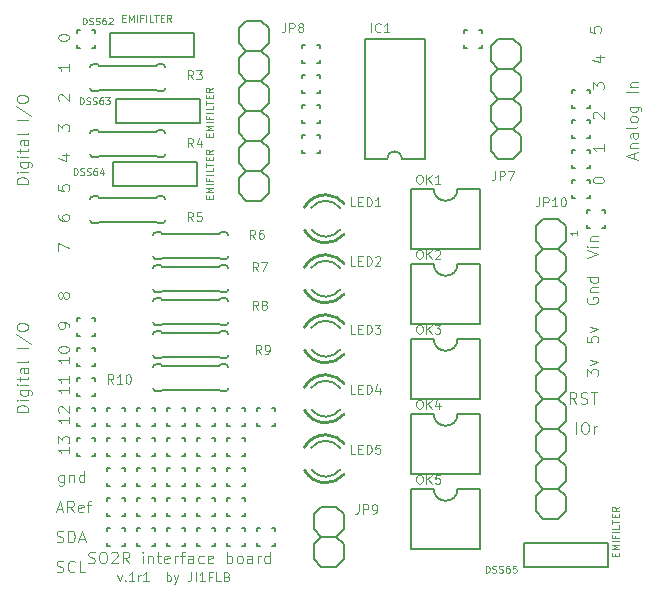
<source format=gto>
G04 #@! TF.GenerationSoftware,KiCad,Pcbnew,(5.0.0)*
G04 #@! TF.CreationDate,2018-11-08T10:10:24+09:00*
G04 #@! TF.ProjectId,HeadphoneSwitch,4865616470686F6E655377697463682E,rev?*
G04 #@! TF.SameCoordinates,Original*
G04 #@! TF.FileFunction,Legend,Top*
G04 #@! TF.FilePolarity,Positive*
%FSLAX46Y46*%
G04 Gerber Fmt 4.6, Leading zero omitted, Abs format (unit mm)*
G04 Created by KiCad (PCBNEW (5.0.0)) date 11/08/18 10:10:24*
%MOMM*%
%LPD*%
G01*
G04 APERTURE LIST*
%ADD10C,0.081280*%
%ADD11C,0.065024*%
%ADD12C,0.048768*%
%ADD13C,0.127000*%
%ADD14C,0.152400*%
%ADD15C,0.254000*%
%ADD16C,0.046329*%
%ADD17C,0.090000*%
%ADD18C,0.060000*%
%ADD19C,0.077216*%
G04 APERTURE END LIST*
D10*
X150807779Y-127371676D02*
X150945665Y-127417638D01*
X151175474Y-127417638D01*
X151267398Y-127371676D01*
X151313360Y-127325714D01*
X151359322Y-127233790D01*
X151359322Y-127141866D01*
X151313360Y-127049942D01*
X151267398Y-127003980D01*
X151175474Y-126958019D01*
X150991627Y-126912057D01*
X150899703Y-126866095D01*
X150853741Y-126820133D01*
X150807779Y-126728209D01*
X150807779Y-126636285D01*
X150853741Y-126544361D01*
X150899703Y-126498400D01*
X150991627Y-126452438D01*
X151221436Y-126452438D01*
X151359322Y-126498400D01*
X151956827Y-126452438D02*
X152140674Y-126452438D01*
X152232598Y-126498400D01*
X152324522Y-126590323D01*
X152370484Y-126774171D01*
X152370484Y-127095904D01*
X152324522Y-127279752D01*
X152232598Y-127371676D01*
X152140674Y-127417638D01*
X151956827Y-127417638D01*
X151864903Y-127371676D01*
X151772979Y-127279752D01*
X151727017Y-127095904D01*
X151727017Y-126774171D01*
X151772979Y-126590323D01*
X151864903Y-126498400D01*
X151956827Y-126452438D01*
X152738179Y-126544361D02*
X152784141Y-126498400D01*
X152876065Y-126452438D01*
X153105874Y-126452438D01*
X153197798Y-126498400D01*
X153243760Y-126544361D01*
X153289722Y-126636285D01*
X153289722Y-126728209D01*
X153243760Y-126866095D01*
X152692217Y-127417638D01*
X153289722Y-127417638D01*
X154254922Y-127417638D02*
X153933189Y-126958019D01*
X153703379Y-127417638D02*
X153703379Y-126452438D01*
X154071074Y-126452438D01*
X154162998Y-126498400D01*
X154208960Y-126544361D01*
X154254922Y-126636285D01*
X154254922Y-126774171D01*
X154208960Y-126866095D01*
X154162998Y-126912057D01*
X154071074Y-126958019D01*
X153703379Y-126958019D01*
X155403970Y-127417638D02*
X155403970Y-126774171D01*
X155403970Y-126452438D02*
X155358008Y-126498400D01*
X155403970Y-126544361D01*
X155449932Y-126498400D01*
X155403970Y-126452438D01*
X155403970Y-126544361D01*
X155863589Y-126774171D02*
X155863589Y-127417638D01*
X155863589Y-126866095D02*
X155909551Y-126820133D01*
X156001474Y-126774171D01*
X156139360Y-126774171D01*
X156231284Y-126820133D01*
X156277246Y-126912057D01*
X156277246Y-127417638D01*
X156598979Y-126774171D02*
X156966674Y-126774171D01*
X156736865Y-126452438D02*
X156736865Y-127279752D01*
X156782827Y-127371676D01*
X156874751Y-127417638D01*
X156966674Y-127417638D01*
X157656103Y-127371676D02*
X157564179Y-127417638D01*
X157380332Y-127417638D01*
X157288408Y-127371676D01*
X157242446Y-127279752D01*
X157242446Y-126912057D01*
X157288408Y-126820133D01*
X157380332Y-126774171D01*
X157564179Y-126774171D01*
X157656103Y-126820133D01*
X157702065Y-126912057D01*
X157702065Y-127003980D01*
X157242446Y-127095904D01*
X158115722Y-127417638D02*
X158115722Y-126774171D01*
X158115722Y-126958019D02*
X158161684Y-126866095D01*
X158207646Y-126820133D01*
X158299570Y-126774171D01*
X158391493Y-126774171D01*
X158575341Y-126774171D02*
X158943036Y-126774171D01*
X158713227Y-127417638D02*
X158713227Y-126590323D01*
X158759189Y-126498400D01*
X158851112Y-126452438D01*
X158943036Y-126452438D01*
X159678427Y-127417638D02*
X159678427Y-126912057D01*
X159632465Y-126820133D01*
X159540541Y-126774171D01*
X159356693Y-126774171D01*
X159264770Y-126820133D01*
X159678427Y-127371676D02*
X159586503Y-127417638D01*
X159356693Y-127417638D01*
X159264770Y-127371676D01*
X159218808Y-127279752D01*
X159218808Y-127187828D01*
X159264770Y-127095904D01*
X159356693Y-127049942D01*
X159586503Y-127049942D01*
X159678427Y-127003980D01*
X160551703Y-127371676D02*
X160459779Y-127417638D01*
X160275932Y-127417638D01*
X160184008Y-127371676D01*
X160138046Y-127325714D01*
X160092084Y-127233790D01*
X160092084Y-126958019D01*
X160138046Y-126866095D01*
X160184008Y-126820133D01*
X160275932Y-126774171D01*
X160459779Y-126774171D01*
X160551703Y-126820133D01*
X161333055Y-127371676D02*
X161241132Y-127417638D01*
X161057284Y-127417638D01*
X160965360Y-127371676D01*
X160919398Y-127279752D01*
X160919398Y-126912057D01*
X160965360Y-126820133D01*
X161057284Y-126774171D01*
X161241132Y-126774171D01*
X161333055Y-126820133D01*
X161379017Y-126912057D01*
X161379017Y-127003980D01*
X160919398Y-127095904D01*
X162528065Y-127417638D02*
X162528065Y-126452438D01*
X162528065Y-126820133D02*
X162619989Y-126774171D01*
X162803836Y-126774171D01*
X162895760Y-126820133D01*
X162941722Y-126866095D01*
X162987684Y-126958019D01*
X162987684Y-127233790D01*
X162941722Y-127325714D01*
X162895760Y-127371676D01*
X162803836Y-127417638D01*
X162619989Y-127417638D01*
X162528065Y-127371676D01*
X163539227Y-127417638D02*
X163447303Y-127371676D01*
X163401341Y-127325714D01*
X163355379Y-127233790D01*
X163355379Y-126958019D01*
X163401341Y-126866095D01*
X163447303Y-126820133D01*
X163539227Y-126774171D01*
X163677112Y-126774171D01*
X163769036Y-126820133D01*
X163814998Y-126866095D01*
X163860960Y-126958019D01*
X163860960Y-127233790D01*
X163814998Y-127325714D01*
X163769036Y-127371676D01*
X163677112Y-127417638D01*
X163539227Y-127417638D01*
X164688274Y-127417638D02*
X164688274Y-126912057D01*
X164642312Y-126820133D01*
X164550389Y-126774171D01*
X164366541Y-126774171D01*
X164274617Y-126820133D01*
X164688274Y-127371676D02*
X164596351Y-127417638D01*
X164366541Y-127417638D01*
X164274617Y-127371676D01*
X164228655Y-127279752D01*
X164228655Y-127187828D01*
X164274617Y-127095904D01*
X164366541Y-127049942D01*
X164596351Y-127049942D01*
X164688274Y-127003980D01*
X165147893Y-127417638D02*
X165147893Y-126774171D01*
X165147893Y-126958019D02*
X165193855Y-126866095D01*
X165239817Y-126820133D01*
X165331741Y-126774171D01*
X165423665Y-126774171D01*
X166159055Y-127417638D02*
X166159055Y-126452438D01*
X166159055Y-127371676D02*
X166067132Y-127417638D01*
X165883284Y-127417638D01*
X165791360Y-127371676D01*
X165745398Y-127325714D01*
X165699436Y-127233790D01*
X165699436Y-126958019D01*
X165745398Y-126866095D01*
X165791360Y-126820133D01*
X165883284Y-126774171D01*
X166067132Y-126774171D01*
X166159055Y-126820133D01*
D11*
X153263674Y-128436057D02*
X153447521Y-128950830D01*
X153631369Y-128436057D01*
X153925525Y-128877291D02*
X153962295Y-128914060D01*
X153925525Y-128950830D01*
X153888756Y-128914060D01*
X153925525Y-128877291D01*
X153925525Y-128950830D01*
X154697685Y-128950830D02*
X154256451Y-128950830D01*
X154477068Y-128950830D02*
X154477068Y-128178670D01*
X154403529Y-128288979D01*
X154329990Y-128362518D01*
X154256451Y-128399287D01*
X155028611Y-128950830D02*
X155028611Y-128436057D01*
X155028611Y-128583135D02*
X155065380Y-128509596D01*
X155102150Y-128472826D01*
X155175689Y-128436057D01*
X155249228Y-128436057D01*
X155911079Y-128950830D02*
X155469845Y-128950830D01*
X155690462Y-128950830D02*
X155690462Y-128178670D01*
X155616923Y-128288979D01*
X155543384Y-128362518D01*
X155469845Y-128399287D01*
X157418630Y-128950830D02*
X157418630Y-128178670D01*
X157418630Y-128472826D02*
X157492169Y-128436057D01*
X157639247Y-128436057D01*
X157712786Y-128472826D01*
X157749556Y-128509596D01*
X157786325Y-128583135D01*
X157786325Y-128803752D01*
X157749556Y-128877291D01*
X157712786Y-128914060D01*
X157639247Y-128950830D01*
X157492169Y-128950830D01*
X157418630Y-128914060D01*
X158043712Y-128436057D02*
X158227559Y-128950830D01*
X158411407Y-128436057D02*
X158227559Y-128950830D01*
X158154020Y-129134678D01*
X158117251Y-129171447D01*
X158043712Y-129208217D01*
X159514493Y-128178670D02*
X159514493Y-128730213D01*
X159477723Y-128840521D01*
X159404184Y-128914060D01*
X159293876Y-128950830D01*
X159220337Y-128950830D01*
X159882188Y-128950830D02*
X159882188Y-128178670D01*
X160654348Y-128950830D02*
X160213114Y-128950830D01*
X160433731Y-128950830D02*
X160433731Y-128178670D01*
X160360192Y-128288979D01*
X160286653Y-128362518D01*
X160213114Y-128399287D01*
X161242660Y-128546365D02*
X160985274Y-128546365D01*
X160985274Y-128950830D02*
X160985274Y-128178670D01*
X161352969Y-128178670D01*
X162014820Y-128950830D02*
X161647125Y-128950830D01*
X161647125Y-128178670D01*
X162529594Y-128546365D02*
X162639902Y-128583135D01*
X162676672Y-128619904D01*
X162713441Y-128693443D01*
X162713441Y-128803752D01*
X162676672Y-128877291D01*
X162639902Y-128914060D01*
X162566363Y-128950830D01*
X162272207Y-128950830D01*
X162272207Y-128178670D01*
X162529594Y-128178670D01*
X162603133Y-128215440D01*
X162639902Y-128252209D01*
X162676672Y-128325748D01*
X162676672Y-128399287D01*
X162639902Y-128472826D01*
X162603133Y-128509596D01*
X162529594Y-128546365D01*
X162272207Y-128546365D01*
D12*
X192199522Y-99304666D02*
X192199522Y-99635592D01*
X192199522Y-99470129D02*
X191620402Y-99470129D01*
X191703134Y-99525283D01*
X191758288Y-99580437D01*
X191785865Y-99635592D01*
D13*
G04 #@! TO.C,DSS62*
X159715100Y-82505600D02*
X159715100Y-84537600D01*
X152603100Y-82505600D02*
X159715100Y-82505600D01*
X152603100Y-84537600D02*
X152603100Y-82505600D01*
X159715100Y-84537600D02*
X152603100Y-84537600D01*
G04 #@! TO.C,DSS63*
X160223100Y-88093600D02*
X160223100Y-90125600D01*
X153111100Y-88093600D02*
X160223100Y-88093600D01*
X153111100Y-90125600D02*
X153111100Y-88093600D01*
X160223100Y-90125600D02*
X153111100Y-90125600D01*
G04 #@! TO.C,DSS64*
X159969100Y-93427600D02*
X159969100Y-95459600D01*
X152857100Y-93427600D02*
X159969100Y-93427600D01*
X152857100Y-95459600D02*
X152857100Y-93427600D01*
X159969100Y-95459600D02*
X152857100Y-95459600D01*
G04 #@! TO.C,DSS65*
X187655100Y-127717600D02*
X187655100Y-125685600D01*
X194767100Y-127717600D02*
X187655100Y-127717600D01*
X194767100Y-125685600D02*
X194767100Y-127717600D01*
X187655100Y-125685600D02*
X194767100Y-125685600D01*
D14*
G04 #@! TO.C,IC1*
X174193100Y-93173600D02*
X176098100Y-93173600D01*
X174193100Y-93173600D02*
X174193100Y-83013600D01*
X179273100Y-83013600D02*
X174193100Y-83013600D01*
X179273100Y-83013600D02*
X179273100Y-93173600D01*
X176098100Y-93173600D02*
G75*
G02X177368100Y-93173600I635000J0D01*
G01*
X177368100Y-93173600D02*
X179273100Y-93173600D01*
G04 #@! TO.C,JP10*
X188671100Y-123018600D02*
X188671100Y-121748600D01*
X189306100Y-121113600D02*
X188671100Y-121748600D01*
X191211100Y-121748600D02*
X190576100Y-121113600D01*
X189306100Y-123653600D02*
X188671100Y-123018600D01*
X190576100Y-123653600D02*
X189306100Y-123653600D01*
X191211100Y-123018600D02*
X190576100Y-123653600D01*
X191211100Y-121748600D02*
X191211100Y-123018600D01*
X188671100Y-100158600D02*
X188671100Y-98888600D01*
X189306100Y-98253600D02*
X188671100Y-98888600D01*
X191211100Y-98888600D02*
X190576100Y-98253600D01*
X190576100Y-98253600D02*
X189306100Y-98253600D01*
X188671100Y-101428600D02*
X189306100Y-100793600D01*
X188671100Y-102698600D02*
X188671100Y-101428600D01*
X189306100Y-103333600D02*
X188671100Y-102698600D01*
X190576100Y-103333600D02*
X189306100Y-103333600D01*
X191211100Y-102698600D02*
X190576100Y-103333600D01*
X191211100Y-101428600D02*
X191211100Y-102698600D01*
X190576100Y-100793600D02*
X191211100Y-101428600D01*
X189306100Y-100793600D02*
X188671100Y-100158600D01*
X190576100Y-100793600D02*
X189306100Y-100793600D01*
X191211100Y-100158600D02*
X190576100Y-100793600D01*
X191211100Y-98888600D02*
X191211100Y-100158600D01*
X188671100Y-107778600D02*
X188671100Y-106508600D01*
X189306100Y-105873600D02*
X188671100Y-106508600D01*
X191211100Y-106508600D02*
X190576100Y-105873600D01*
X188671100Y-103968600D02*
X189306100Y-103333600D01*
X188671100Y-105238600D02*
X188671100Y-103968600D01*
X189306100Y-105873600D02*
X188671100Y-105238600D01*
X190576100Y-105873600D02*
X189306100Y-105873600D01*
X191211100Y-105238600D02*
X190576100Y-105873600D01*
X191211100Y-103968600D02*
X191211100Y-105238600D01*
X190576100Y-103333600D02*
X191211100Y-103968600D01*
X188671100Y-109048600D02*
X189306100Y-108413600D01*
X188671100Y-110318600D02*
X188671100Y-109048600D01*
X189306100Y-110953600D02*
X188671100Y-110318600D01*
X190576100Y-110953600D02*
X189306100Y-110953600D01*
X191211100Y-110318600D02*
X190576100Y-110953600D01*
X191211100Y-109048600D02*
X191211100Y-110318600D01*
X190576100Y-108413600D02*
X191211100Y-109048600D01*
X189306100Y-108413600D02*
X188671100Y-107778600D01*
X190576100Y-108413600D02*
X189306100Y-108413600D01*
X191211100Y-107778600D02*
X190576100Y-108413600D01*
X191211100Y-106508600D02*
X191211100Y-107778600D01*
X188671100Y-115398600D02*
X188671100Y-114128600D01*
X189306100Y-113493600D02*
X188671100Y-114128600D01*
X191211100Y-114128600D02*
X190576100Y-113493600D01*
X188671100Y-111588600D02*
X189306100Y-110953600D01*
X188671100Y-112858600D02*
X188671100Y-111588600D01*
X189306100Y-113493600D02*
X188671100Y-112858600D01*
X190576100Y-113493600D02*
X189306100Y-113493600D01*
X191211100Y-112858600D02*
X190576100Y-113493600D01*
X191211100Y-111588600D02*
X191211100Y-112858600D01*
X190576100Y-110953600D02*
X191211100Y-111588600D01*
X188671100Y-116668600D02*
X189306100Y-116033600D01*
X188671100Y-117938600D02*
X188671100Y-116668600D01*
X189306100Y-118573600D02*
X188671100Y-117938600D01*
X190576100Y-118573600D02*
X189306100Y-118573600D01*
X191211100Y-117938600D02*
X190576100Y-118573600D01*
X191211100Y-116668600D02*
X191211100Y-117938600D01*
X190576100Y-116033600D02*
X191211100Y-116668600D01*
X189306100Y-116033600D02*
X188671100Y-115398600D01*
X190576100Y-116033600D02*
X189306100Y-116033600D01*
X191211100Y-115398600D02*
X190576100Y-116033600D01*
X191211100Y-114128600D02*
X191211100Y-115398600D01*
X188671100Y-119208600D02*
X189306100Y-118573600D01*
X188671100Y-120478600D02*
X188671100Y-119208600D01*
X189306100Y-121113600D02*
X188671100Y-120478600D01*
X190576100Y-121113600D02*
X189306100Y-121113600D01*
X191211100Y-120478600D02*
X190576100Y-121113600D01*
X191211100Y-119208600D02*
X191211100Y-120478600D01*
X190576100Y-118573600D02*
X191211100Y-119208600D01*
G04 #@! TO.C,JP7*
X187401100Y-83648600D02*
X187401100Y-84918600D01*
X186766100Y-85553600D02*
X187401100Y-84918600D01*
X184861100Y-84918600D02*
X185496100Y-85553600D01*
X186766100Y-83013600D02*
X187401100Y-83648600D01*
X185496100Y-83013600D02*
X186766100Y-83013600D01*
X184861100Y-83648600D02*
X185496100Y-83013600D01*
X184861100Y-84918600D02*
X184861100Y-83648600D01*
X187401100Y-91268600D02*
X187401100Y-92538600D01*
X186766100Y-93173600D02*
X187401100Y-92538600D01*
X184861100Y-92538600D02*
X185496100Y-93173600D01*
X185496100Y-93173600D02*
X186766100Y-93173600D01*
X187401100Y-89998600D02*
X186766100Y-90633600D01*
X187401100Y-88728600D02*
X187401100Y-89998600D01*
X186766100Y-88093600D02*
X187401100Y-88728600D01*
X185496100Y-88093600D02*
X186766100Y-88093600D01*
X184861100Y-88728600D02*
X185496100Y-88093600D01*
X184861100Y-89998600D02*
X184861100Y-88728600D01*
X185496100Y-90633600D02*
X184861100Y-89998600D01*
X186766100Y-90633600D02*
X187401100Y-91268600D01*
X185496100Y-90633600D02*
X186766100Y-90633600D01*
X184861100Y-91268600D02*
X185496100Y-90633600D01*
X184861100Y-92538600D02*
X184861100Y-91268600D01*
X187401100Y-87458600D02*
X186766100Y-88093600D01*
X187401100Y-86188600D02*
X187401100Y-87458600D01*
X186766100Y-85553600D02*
X187401100Y-86188600D01*
X185496100Y-85553600D02*
X186766100Y-85553600D01*
X184861100Y-86188600D02*
X185496100Y-85553600D01*
X184861100Y-87458600D02*
X184861100Y-86188600D01*
X185496100Y-88093600D02*
X184861100Y-87458600D01*
G04 #@! TO.C,JP8*
X163525100Y-96094600D02*
X163525100Y-94824600D01*
X164160100Y-94189600D02*
X163525100Y-94824600D01*
X166065100Y-94824600D02*
X165430100Y-94189600D01*
X164160100Y-96729600D02*
X163525100Y-96094600D01*
X165430100Y-96729600D02*
X164160100Y-96729600D01*
X166065100Y-96094600D02*
X165430100Y-96729600D01*
X166065100Y-94824600D02*
X166065100Y-96094600D01*
X163525100Y-83394600D02*
X163525100Y-82124600D01*
X164160100Y-81489600D02*
X163525100Y-82124600D01*
X166065100Y-82124600D02*
X165430100Y-81489600D01*
X165430100Y-81489600D02*
X164160100Y-81489600D01*
X163525100Y-84664600D02*
X164160100Y-84029600D01*
X163525100Y-85934600D02*
X163525100Y-84664600D01*
X164160100Y-86569600D02*
X163525100Y-85934600D01*
X165430100Y-86569600D02*
X164160100Y-86569600D01*
X166065100Y-85934600D02*
X165430100Y-86569600D01*
X166065100Y-84664600D02*
X166065100Y-85934600D01*
X165430100Y-84029600D02*
X166065100Y-84664600D01*
X164160100Y-84029600D02*
X163525100Y-83394600D01*
X165430100Y-84029600D02*
X164160100Y-84029600D01*
X166065100Y-83394600D02*
X165430100Y-84029600D01*
X166065100Y-82124600D02*
X166065100Y-83394600D01*
X163525100Y-91014600D02*
X163525100Y-89744600D01*
X164160100Y-89109600D02*
X163525100Y-89744600D01*
X166065100Y-89744600D02*
X165430100Y-89109600D01*
X163525100Y-87204600D02*
X164160100Y-86569600D01*
X163525100Y-88474600D02*
X163525100Y-87204600D01*
X164160100Y-89109600D02*
X163525100Y-88474600D01*
X165430100Y-89109600D02*
X164160100Y-89109600D01*
X166065100Y-88474600D02*
X165430100Y-89109600D01*
X166065100Y-87204600D02*
X166065100Y-88474600D01*
X165430100Y-86569600D02*
X166065100Y-87204600D01*
X163525100Y-92284600D02*
X164160100Y-91649600D01*
X163525100Y-93554600D02*
X163525100Y-92284600D01*
X164160100Y-94189600D02*
X163525100Y-93554600D01*
X165430100Y-94189600D02*
X164160100Y-94189600D01*
X166065100Y-93554600D02*
X165430100Y-94189600D01*
X166065100Y-92284600D02*
X166065100Y-93554600D01*
X165430100Y-91649600D02*
X166065100Y-92284600D01*
X164160100Y-91649600D02*
X163525100Y-91014600D01*
X165430100Y-91649600D02*
X164160100Y-91649600D01*
X166065100Y-91014600D02*
X165430100Y-91649600D01*
X166065100Y-89744600D02*
X166065100Y-91014600D01*
G04 #@! TO.C,JP9*
X172415100Y-124542600D02*
X171780100Y-125177600D01*
X172415100Y-123272600D02*
X172415100Y-124542600D01*
X171780100Y-122637600D02*
X172415100Y-123272600D01*
X170510100Y-122637600D02*
X171780100Y-122637600D01*
X169875100Y-123272600D02*
X170510100Y-122637600D01*
X169875100Y-124542600D02*
X169875100Y-123272600D01*
X170510100Y-125177600D02*
X169875100Y-124542600D01*
X172415100Y-125812600D02*
X172415100Y-127082600D01*
X171780100Y-127717600D02*
X172415100Y-127082600D01*
X169875100Y-127082600D02*
X170510100Y-127717600D01*
X170510100Y-127717600D02*
X171780100Y-127717600D01*
X171780100Y-125177600D02*
X172415100Y-125812600D01*
X170510100Y-125177600D02*
X171780100Y-125177600D01*
X169875100Y-125812600D02*
X170510100Y-125177600D01*
X169875100Y-127082600D02*
X169875100Y-125812600D01*
D15*
G04 #@! TO.C,LED1*
X170891100Y-100285600D02*
G75*
G02X169126800Y-99261800I-56J2032000D01*
G01*
X172442300Y-99566200D02*
G75*
G02X170891100Y-100285600I-1551163J1312600D01*
G01*
X170891100Y-96221600D02*
G75*
G03X169098200Y-97297400I60J-2032000D01*
G01*
X172452100Y-96952700D02*
G75*
G03X170891100Y-96221600I-1560988J-1300900D01*
G01*
D14*
X170891100Y-99777600D02*
G75*
G02X169688100Y-99189200I8J1524000D01*
G01*
X172094100Y-99189200D02*
G75*
G02X170891100Y-99777600I-1203008J935600D01*
G01*
X170891100Y-96729600D02*
G75*
G03X169671900Y-97339200I0J-1524000D01*
G01*
X172131200Y-97367799D02*
G75*
G03X170891100Y-96729600I-1240134J-885801D01*
G01*
D15*
G04 #@! TO.C,LED2*
X170891100Y-105365600D02*
G75*
G02X169126800Y-104341800I-56J2032000D01*
G01*
X172442300Y-104646200D02*
G75*
G02X170891100Y-105365600I-1551163J1312600D01*
G01*
X170891100Y-101301600D02*
G75*
G03X169098200Y-102377400I60J-2032000D01*
G01*
X172452100Y-102032700D02*
G75*
G03X170891100Y-101301600I-1560988J-1300900D01*
G01*
D14*
X170891100Y-104857600D02*
G75*
G02X169688100Y-104269200I8J1524000D01*
G01*
X172094100Y-104269200D02*
G75*
G02X170891100Y-104857600I-1203008J935600D01*
G01*
X170891100Y-101809600D02*
G75*
G03X169671900Y-102419200I0J-1524000D01*
G01*
X172131200Y-102447799D02*
G75*
G03X170891100Y-101809600I-1240134J-885801D01*
G01*
D15*
G04 #@! TO.C,LED3*
X170891100Y-110445600D02*
G75*
G02X169126800Y-109421800I-56J2032000D01*
G01*
X172442300Y-109726200D02*
G75*
G02X170891100Y-110445600I-1551163J1312600D01*
G01*
X170891100Y-106381600D02*
G75*
G03X169098200Y-107457400I60J-2032000D01*
G01*
X172452100Y-107112700D02*
G75*
G03X170891100Y-106381600I-1560988J-1300900D01*
G01*
D14*
X170891100Y-109937600D02*
G75*
G02X169688100Y-109349200I8J1524000D01*
G01*
X172094100Y-109349200D02*
G75*
G02X170891100Y-109937600I-1203008J935600D01*
G01*
X170891100Y-106889600D02*
G75*
G03X169671900Y-107499200I0J-1524000D01*
G01*
X172131200Y-107527799D02*
G75*
G03X170891100Y-106889600I-1240134J-885801D01*
G01*
D15*
G04 #@! TO.C,LED4*
X170891100Y-115525600D02*
G75*
G02X169126800Y-114501800I-56J2032000D01*
G01*
X172442300Y-114806200D02*
G75*
G02X170891100Y-115525600I-1551163J1312600D01*
G01*
X170891100Y-111461600D02*
G75*
G03X169098200Y-112537400I60J-2032000D01*
G01*
X172452100Y-112192700D02*
G75*
G03X170891100Y-111461600I-1560988J-1300900D01*
G01*
D14*
X170891100Y-115017600D02*
G75*
G02X169688100Y-114429200I8J1524000D01*
G01*
X172094100Y-114429200D02*
G75*
G02X170891100Y-115017600I-1203008J935600D01*
G01*
X170891100Y-111969600D02*
G75*
G03X169671900Y-112579200I0J-1524000D01*
G01*
X172131200Y-112607799D02*
G75*
G03X170891100Y-111969600I-1240134J-885801D01*
G01*
D15*
G04 #@! TO.C,LED5*
X170891100Y-120605600D02*
G75*
G02X169126800Y-119581800I-56J2032000D01*
G01*
X172442300Y-119886200D02*
G75*
G02X170891100Y-120605600I-1551163J1312600D01*
G01*
X170891100Y-116541600D02*
G75*
G03X169098200Y-117617400I60J-2032000D01*
G01*
X172452100Y-117272700D02*
G75*
G03X170891100Y-116541600I-1560988J-1300900D01*
G01*
D14*
X170891100Y-120097600D02*
G75*
G02X169688100Y-119509200I8J1524000D01*
G01*
X172094100Y-119509200D02*
G75*
G02X170891100Y-120097600I-1203008J935600D01*
G01*
X170891100Y-117049600D02*
G75*
G03X169671900Y-117659200I0J-1524000D01*
G01*
X172131200Y-117687799D02*
G75*
G03X170891100Y-117049600I-1240134J-885801D01*
G01*
G04 #@! TO.C,OK1*
X180035100Y-95713600D02*
G75*
G03X182067100Y-95713600I1016000J0D01*
G01*
X178130100Y-95713600D02*
X180035100Y-95713600D01*
X183972100Y-95713600D02*
X182067100Y-95713600D01*
X183972100Y-100793600D02*
X178130100Y-100793600D01*
X178130100Y-95713600D02*
X178130100Y-100793600D01*
X183972100Y-100793600D02*
X183972100Y-95713600D01*
G04 #@! TO.C,OK2*
X180035100Y-102063600D02*
G75*
G03X182067100Y-102063600I1016000J0D01*
G01*
X178130100Y-102063600D02*
X180035100Y-102063600D01*
X183972100Y-102063600D02*
X182067100Y-102063600D01*
X183972100Y-107143600D02*
X178130100Y-107143600D01*
X178130100Y-102063600D02*
X178130100Y-107143600D01*
X183972100Y-107143600D02*
X183972100Y-102063600D01*
G04 #@! TO.C,OK3*
X180035100Y-108413600D02*
G75*
G03X182067100Y-108413600I1016000J0D01*
G01*
X178130100Y-108413600D02*
X180035100Y-108413600D01*
X183972100Y-108413600D02*
X182067100Y-108413600D01*
X183972100Y-113493600D02*
X178130100Y-113493600D01*
X178130100Y-108413600D02*
X178130100Y-113493600D01*
X183972100Y-113493600D02*
X183972100Y-108413600D01*
G04 #@! TO.C,OK4*
X180035100Y-114763600D02*
G75*
G03X182067100Y-114763600I1016000J0D01*
G01*
X178130100Y-114763600D02*
X180035100Y-114763600D01*
X183972100Y-114763600D02*
X182067100Y-114763600D01*
X183972100Y-119843600D02*
X178130100Y-119843600D01*
X178130100Y-114763600D02*
X178130100Y-119843600D01*
X183972100Y-119843600D02*
X183972100Y-114763600D01*
G04 #@! TO.C,OK5*
X180035100Y-121113600D02*
G75*
G03X182067100Y-121113600I1016000J0D01*
G01*
X178130100Y-121113600D02*
X180035100Y-121113600D01*
X183972100Y-121113600D02*
X182067100Y-121113600D01*
X183972100Y-126193600D02*
X178130100Y-126193600D01*
X178130100Y-121113600D02*
X178130100Y-126193600D01*
X183972100Y-126193600D02*
X183972100Y-121113600D01*
G04 #@! TO.C,PAD1*
X194513100Y-97491600D02*
X194259100Y-97491600D01*
X194513100Y-97745600D02*
X194513100Y-97491600D01*
X194513100Y-99015600D02*
X194513100Y-98761600D01*
X194259100Y-99015600D02*
X194513100Y-99015600D01*
X192989100Y-99015600D02*
X193243100Y-99015600D01*
X192989100Y-98761600D02*
X192989100Y-99015600D01*
X192989100Y-97491600D02*
X192989100Y-97745600D01*
X193243100Y-97491600D02*
X192989100Y-97491600D01*
G04 #@! TO.C,PAD10*
X151333100Y-109175600D02*
X151079100Y-109175600D01*
X151333100Y-109429600D02*
X151333100Y-109175600D01*
X151333100Y-110699600D02*
X151333100Y-110445600D01*
X151079100Y-110699600D02*
X151333100Y-110699600D01*
X149809100Y-110699600D02*
X150063100Y-110699600D01*
X149809100Y-110445600D02*
X149809100Y-110699600D01*
X149809100Y-109175600D02*
X149809100Y-109429600D01*
X150063100Y-109175600D02*
X149809100Y-109175600D01*
G04 #@! TO.C,PAD11*
X151333100Y-106635600D02*
X151079100Y-106635600D01*
X151333100Y-106889600D02*
X151333100Y-106635600D01*
X151333100Y-108159600D02*
X151333100Y-107905600D01*
X151079100Y-108159600D02*
X151333100Y-108159600D01*
X149809100Y-108159600D02*
X150063100Y-108159600D01*
X149809100Y-107905600D02*
X149809100Y-108159600D01*
X149809100Y-106635600D02*
X149809100Y-106889600D01*
X150063100Y-106635600D02*
X149809100Y-106635600D01*
G04 #@! TO.C,PAD12*
X151333100Y-82251600D02*
X151079100Y-82251600D01*
X151333100Y-82505600D02*
X151333100Y-82251600D01*
X151333100Y-83775600D02*
X151333100Y-83521600D01*
X151079100Y-83775600D02*
X151333100Y-83775600D01*
X149809100Y-83775600D02*
X150063100Y-83775600D01*
X149809100Y-83521600D02*
X149809100Y-83775600D01*
X149809100Y-82251600D02*
X149809100Y-82505600D01*
X150063100Y-82251600D02*
X149809100Y-82251600D01*
G04 #@! TO.C,PAD13*
X164033100Y-121875600D02*
X163779100Y-121875600D01*
X164033100Y-122129600D02*
X164033100Y-121875600D01*
X164033100Y-123399600D02*
X164033100Y-123145600D01*
X163779100Y-123399600D02*
X164033100Y-123399600D01*
X162509100Y-123399600D02*
X162763100Y-123399600D01*
X162509100Y-123145600D02*
X162509100Y-123399600D01*
X162509100Y-121875600D02*
X162509100Y-122129600D01*
X162763100Y-121875600D02*
X162509100Y-121875600D01*
G04 #@! TO.C,PAD14*
X161493100Y-121875600D02*
X161239100Y-121875600D01*
X161493100Y-122129600D02*
X161493100Y-121875600D01*
X161493100Y-123399600D02*
X161493100Y-123145600D01*
X161239100Y-123399600D02*
X161493100Y-123399600D01*
X159969100Y-123399600D02*
X160223100Y-123399600D01*
X159969100Y-123145600D02*
X159969100Y-123399600D01*
X159969100Y-121875600D02*
X159969100Y-122129600D01*
X160223100Y-121875600D02*
X159969100Y-121875600D01*
G04 #@! TO.C,PAD15*
X158953100Y-121875600D02*
X158699100Y-121875600D01*
X158953100Y-122129600D02*
X158953100Y-121875600D01*
X158953100Y-123399600D02*
X158953100Y-123145600D01*
X158699100Y-123399600D02*
X158953100Y-123399600D01*
X157429100Y-123399600D02*
X157683100Y-123399600D01*
X157429100Y-123145600D02*
X157429100Y-123399600D01*
X157429100Y-121875600D02*
X157429100Y-122129600D01*
X157683100Y-121875600D02*
X157429100Y-121875600D01*
G04 #@! TO.C,PAD16*
X156413100Y-121875600D02*
X156159100Y-121875600D01*
X156413100Y-122129600D02*
X156413100Y-121875600D01*
X156413100Y-123399600D02*
X156413100Y-123145600D01*
X156159100Y-123399600D02*
X156413100Y-123399600D01*
X154889100Y-123399600D02*
X155143100Y-123399600D01*
X154889100Y-123145600D02*
X154889100Y-123399600D01*
X154889100Y-121875600D02*
X154889100Y-122129600D01*
X155143100Y-121875600D02*
X154889100Y-121875600D01*
G04 #@! TO.C,PAD17*
X153873100Y-121875600D02*
X153619100Y-121875600D01*
X153873100Y-122129600D02*
X153873100Y-121875600D01*
X153873100Y-123399600D02*
X153873100Y-123145600D01*
X153619100Y-123399600D02*
X153873100Y-123399600D01*
X152349100Y-123399600D02*
X152603100Y-123399600D01*
X152349100Y-123145600D02*
X152349100Y-123399600D01*
X152349100Y-121875600D02*
X152349100Y-122129600D01*
X152603100Y-121875600D02*
X152349100Y-121875600D01*
G04 #@! TO.C,PAD18*
X164033100Y-116795600D02*
X163779100Y-116795600D01*
X164033100Y-117049600D02*
X164033100Y-116795600D01*
X164033100Y-118319600D02*
X164033100Y-118065600D01*
X163779100Y-118319600D02*
X164033100Y-118319600D01*
X162509100Y-118319600D02*
X162763100Y-118319600D01*
X162509100Y-118065600D02*
X162509100Y-118319600D01*
X162509100Y-116795600D02*
X162509100Y-117049600D01*
X162763100Y-116795600D02*
X162509100Y-116795600D01*
G04 #@! TO.C,PAD19*
X161493100Y-116795600D02*
X161239100Y-116795600D01*
X161493100Y-117049600D02*
X161493100Y-116795600D01*
X161493100Y-118319600D02*
X161493100Y-118065600D01*
X161239100Y-118319600D02*
X161493100Y-118319600D01*
X159969100Y-118319600D02*
X160223100Y-118319600D01*
X159969100Y-118065600D02*
X159969100Y-118319600D01*
X159969100Y-116795600D02*
X159969100Y-117049600D01*
X160223100Y-116795600D02*
X159969100Y-116795600D01*
G04 #@! TO.C,PAD2*
X184099100Y-82251600D02*
X183845100Y-82251600D01*
X184099100Y-82505600D02*
X184099100Y-82251600D01*
X184099100Y-83775600D02*
X184099100Y-83521600D01*
X183845100Y-83775600D02*
X184099100Y-83775600D01*
X182575100Y-83775600D02*
X182829100Y-83775600D01*
X182575100Y-83521600D02*
X182575100Y-83775600D01*
X182575100Y-82251600D02*
X182575100Y-82505600D01*
X182829100Y-82251600D02*
X182575100Y-82251600D01*
G04 #@! TO.C,PAD20*
X158953100Y-116795600D02*
X158699100Y-116795600D01*
X158953100Y-117049600D02*
X158953100Y-116795600D01*
X158953100Y-118319600D02*
X158953100Y-118065600D01*
X158699100Y-118319600D02*
X158953100Y-118319600D01*
X157429100Y-118319600D02*
X157683100Y-118319600D01*
X157429100Y-118065600D02*
X157429100Y-118319600D01*
X157429100Y-116795600D02*
X157429100Y-117049600D01*
X157683100Y-116795600D02*
X157429100Y-116795600D01*
G04 #@! TO.C,PAD21*
X156413100Y-116795600D02*
X156159100Y-116795600D01*
X156413100Y-117049600D02*
X156413100Y-116795600D01*
X156413100Y-118319600D02*
X156413100Y-118065600D01*
X156159100Y-118319600D02*
X156413100Y-118319600D01*
X154889100Y-118319600D02*
X155143100Y-118319600D01*
X154889100Y-118065600D02*
X154889100Y-118319600D01*
X154889100Y-116795600D02*
X154889100Y-117049600D01*
X155143100Y-116795600D02*
X154889100Y-116795600D01*
G04 #@! TO.C,PAD22*
X153873100Y-116795600D02*
X153619100Y-116795600D01*
X153873100Y-117049600D02*
X153873100Y-116795600D01*
X153873100Y-118319600D02*
X153873100Y-118065600D01*
X153619100Y-118319600D02*
X153873100Y-118319600D01*
X152349100Y-118319600D02*
X152603100Y-118319600D01*
X152349100Y-118065600D02*
X152349100Y-118319600D01*
X152349100Y-116795600D02*
X152349100Y-117049600D01*
X152603100Y-116795600D02*
X152349100Y-116795600D01*
G04 #@! TO.C,PAD23*
X153873100Y-124415600D02*
X153619100Y-124415600D01*
X153873100Y-124669600D02*
X153873100Y-124415600D01*
X153873100Y-125939600D02*
X153873100Y-125685600D01*
X153619100Y-125939600D02*
X153873100Y-125939600D01*
X152349100Y-125939600D02*
X152603100Y-125939600D01*
X152349100Y-125685600D02*
X152349100Y-125939600D01*
X152349100Y-124415600D02*
X152349100Y-124669600D01*
X152603100Y-124415600D02*
X152349100Y-124415600D01*
G04 #@! TO.C,PAD24*
X164033100Y-119335600D02*
X163779100Y-119335600D01*
X164033100Y-119589600D02*
X164033100Y-119335600D01*
X164033100Y-120859600D02*
X164033100Y-120605600D01*
X163779100Y-120859600D02*
X164033100Y-120859600D01*
X162509100Y-120859600D02*
X162763100Y-120859600D01*
X162509100Y-120605600D02*
X162509100Y-120859600D01*
X162509100Y-119335600D02*
X162509100Y-119589600D01*
X162763100Y-119335600D02*
X162509100Y-119335600D01*
G04 #@! TO.C,PAD25*
X161493100Y-119335600D02*
X161239100Y-119335600D01*
X161493100Y-119589600D02*
X161493100Y-119335600D01*
X161493100Y-120859600D02*
X161493100Y-120605600D01*
X161239100Y-120859600D02*
X161493100Y-120859600D01*
X159969100Y-120859600D02*
X160223100Y-120859600D01*
X159969100Y-120605600D02*
X159969100Y-120859600D01*
X159969100Y-119335600D02*
X159969100Y-119589600D01*
X160223100Y-119335600D02*
X159969100Y-119335600D01*
G04 #@! TO.C,PAD26*
X158953100Y-119335600D02*
X158699100Y-119335600D01*
X158953100Y-119589600D02*
X158953100Y-119335600D01*
X158953100Y-120859600D02*
X158953100Y-120605600D01*
X158699100Y-120859600D02*
X158953100Y-120859600D01*
X157429100Y-120859600D02*
X157683100Y-120859600D01*
X157429100Y-120605600D02*
X157429100Y-120859600D01*
X157429100Y-119335600D02*
X157429100Y-119589600D01*
X157683100Y-119335600D02*
X157429100Y-119335600D01*
G04 #@! TO.C,PAD27*
X156413100Y-119335600D02*
X156159100Y-119335600D01*
X156413100Y-119589600D02*
X156413100Y-119335600D01*
X156413100Y-120859600D02*
X156413100Y-120605600D01*
X156159100Y-120859600D02*
X156413100Y-120859600D01*
X154889100Y-120859600D02*
X155143100Y-120859600D01*
X154889100Y-120605600D02*
X154889100Y-120859600D01*
X154889100Y-119335600D02*
X154889100Y-119589600D01*
X155143100Y-119335600D02*
X154889100Y-119335600D01*
G04 #@! TO.C,PAD28*
X153873100Y-119335600D02*
X153619100Y-119335600D01*
X153873100Y-119589600D02*
X153873100Y-119335600D01*
X153873100Y-120859600D02*
X153873100Y-120605600D01*
X153619100Y-120859600D02*
X153873100Y-120859600D01*
X152349100Y-120859600D02*
X152603100Y-120859600D01*
X152349100Y-120605600D02*
X152349100Y-120859600D01*
X152349100Y-119335600D02*
X152349100Y-119589600D01*
X152603100Y-119335600D02*
X152349100Y-119335600D01*
G04 #@! TO.C,PAD29*
X164033100Y-114255600D02*
X163779100Y-114255600D01*
X164033100Y-114509600D02*
X164033100Y-114255600D01*
X164033100Y-115779600D02*
X164033100Y-115525600D01*
X163779100Y-115779600D02*
X164033100Y-115779600D01*
X162509100Y-115779600D02*
X162763100Y-115779600D01*
X162509100Y-115525600D02*
X162509100Y-115779600D01*
X162509100Y-114255600D02*
X162509100Y-114509600D01*
X162763100Y-114255600D02*
X162509100Y-114255600D01*
G04 #@! TO.C,PAD3*
X170383100Y-91141600D02*
X170129100Y-91141600D01*
X170383100Y-91395600D02*
X170383100Y-91141600D01*
X170383100Y-92665600D02*
X170383100Y-92411600D01*
X170129100Y-92665600D02*
X170383100Y-92665600D01*
X168859100Y-92665600D02*
X169113100Y-92665600D01*
X168859100Y-92411600D02*
X168859100Y-92665600D01*
X168859100Y-91141600D02*
X168859100Y-91395600D01*
X169113100Y-91141600D02*
X168859100Y-91141600D01*
G04 #@! TO.C,PAD30*
X161493100Y-114255600D02*
X161239100Y-114255600D01*
X161493100Y-114509600D02*
X161493100Y-114255600D01*
X161493100Y-115779600D02*
X161493100Y-115525600D01*
X161239100Y-115779600D02*
X161493100Y-115779600D01*
X159969100Y-115779600D02*
X160223100Y-115779600D01*
X159969100Y-115525600D02*
X159969100Y-115779600D01*
X159969100Y-114255600D02*
X159969100Y-114509600D01*
X160223100Y-114255600D02*
X159969100Y-114255600D01*
G04 #@! TO.C,PAD31*
X158953100Y-114255600D02*
X158699100Y-114255600D01*
X158953100Y-114509600D02*
X158953100Y-114255600D01*
X158953100Y-115779600D02*
X158953100Y-115525600D01*
X158699100Y-115779600D02*
X158953100Y-115779600D01*
X157429100Y-115779600D02*
X157683100Y-115779600D01*
X157429100Y-115525600D02*
X157429100Y-115779600D01*
X157429100Y-114255600D02*
X157429100Y-114509600D01*
X157683100Y-114255600D02*
X157429100Y-114255600D01*
G04 #@! TO.C,PAD32*
X156413100Y-114255600D02*
X156159100Y-114255600D01*
X156413100Y-114509600D02*
X156413100Y-114255600D01*
X156413100Y-115779600D02*
X156413100Y-115525600D01*
X156159100Y-115779600D02*
X156413100Y-115779600D01*
X154889100Y-115779600D02*
X155143100Y-115779600D01*
X154889100Y-115525600D02*
X154889100Y-115779600D01*
X154889100Y-114255600D02*
X154889100Y-114509600D01*
X155143100Y-114255600D02*
X154889100Y-114255600D01*
G04 #@! TO.C,PAD33*
X153873100Y-114255600D02*
X153619100Y-114255600D01*
X153873100Y-114509600D02*
X153873100Y-114255600D01*
X153873100Y-115779600D02*
X153873100Y-115525600D01*
X153619100Y-115779600D02*
X153873100Y-115779600D01*
X152349100Y-115779600D02*
X152603100Y-115779600D01*
X152349100Y-115525600D02*
X152349100Y-115779600D01*
X152349100Y-114255600D02*
X152349100Y-114509600D01*
X152603100Y-114255600D02*
X152349100Y-114255600D01*
G04 #@! TO.C,PAD34*
X164033100Y-124415600D02*
X163779100Y-124415600D01*
X164033100Y-124669600D02*
X164033100Y-124415600D01*
X164033100Y-125939600D02*
X164033100Y-125685600D01*
X163779100Y-125939600D02*
X164033100Y-125939600D01*
X162509100Y-125939600D02*
X162763100Y-125939600D01*
X162509100Y-125685600D02*
X162509100Y-125939600D01*
X162509100Y-124415600D02*
X162509100Y-124669600D01*
X162763100Y-124415600D02*
X162509100Y-124415600D01*
G04 #@! TO.C,PAD35*
X161493100Y-124415600D02*
X161239100Y-124415600D01*
X161493100Y-124669600D02*
X161493100Y-124415600D01*
X161493100Y-125939600D02*
X161493100Y-125685600D01*
X161239100Y-125939600D02*
X161493100Y-125939600D01*
X159969100Y-125939600D02*
X160223100Y-125939600D01*
X159969100Y-125685600D02*
X159969100Y-125939600D01*
X159969100Y-124415600D02*
X159969100Y-124669600D01*
X160223100Y-124415600D02*
X159969100Y-124415600D01*
G04 #@! TO.C,PAD36*
X158953100Y-124415600D02*
X158699100Y-124415600D01*
X158953100Y-124669600D02*
X158953100Y-124415600D01*
X158953100Y-125939600D02*
X158953100Y-125685600D01*
X158699100Y-125939600D02*
X158953100Y-125939600D01*
X157429100Y-125939600D02*
X157683100Y-125939600D01*
X157429100Y-125685600D02*
X157429100Y-125939600D01*
X157429100Y-124415600D02*
X157429100Y-124669600D01*
X157683100Y-124415600D02*
X157429100Y-124415600D01*
G04 #@! TO.C,PAD37*
X156413100Y-124415600D02*
X156159100Y-124415600D01*
X156413100Y-124669600D02*
X156413100Y-124415600D01*
X156413100Y-125939600D02*
X156413100Y-125685600D01*
X156159100Y-125939600D02*
X156413100Y-125939600D01*
X154889100Y-125939600D02*
X155143100Y-125939600D01*
X154889100Y-125685600D02*
X154889100Y-125939600D01*
X154889100Y-124415600D02*
X154889100Y-124669600D01*
X155143100Y-124415600D02*
X154889100Y-124415600D01*
G04 #@! TO.C,PAD38*
X166573100Y-114255600D02*
X166319100Y-114255600D01*
X166573100Y-114509600D02*
X166573100Y-114255600D01*
X166573100Y-115779600D02*
X166573100Y-115525600D01*
X166319100Y-115779600D02*
X166573100Y-115779600D01*
X165049100Y-115779600D02*
X165303100Y-115779600D01*
X165049100Y-115525600D02*
X165049100Y-115779600D01*
X165049100Y-114255600D02*
X165049100Y-114509600D01*
X165303100Y-114255600D02*
X165049100Y-114255600D01*
G04 #@! TO.C,PAD39*
X166573100Y-124415600D02*
X166319100Y-124415600D01*
X166573100Y-124669600D02*
X166573100Y-124415600D01*
X166573100Y-125939600D02*
X166573100Y-125685600D01*
X166319100Y-125939600D02*
X166573100Y-125939600D01*
X165049100Y-125939600D02*
X165303100Y-125939600D01*
X165049100Y-125685600D02*
X165049100Y-125939600D01*
X165049100Y-124415600D02*
X165049100Y-124669600D01*
X165303100Y-124415600D02*
X165049100Y-124415600D01*
G04 #@! TO.C,PAD4*
X170383100Y-88601600D02*
X170129100Y-88601600D01*
X170383100Y-88855600D02*
X170383100Y-88601600D01*
X170383100Y-90125600D02*
X170383100Y-89871600D01*
X170129100Y-90125600D02*
X170383100Y-90125600D01*
X168859100Y-90125600D02*
X169113100Y-90125600D01*
X168859100Y-89871600D02*
X168859100Y-90125600D01*
X168859100Y-88601600D02*
X168859100Y-88855600D01*
X169113100Y-88601600D02*
X168859100Y-88601600D01*
G04 #@! TO.C,PAD5*
X170383100Y-86061600D02*
X170129100Y-86061600D01*
X170383100Y-86315600D02*
X170383100Y-86061600D01*
X170383100Y-87585600D02*
X170383100Y-87331600D01*
X170129100Y-87585600D02*
X170383100Y-87585600D01*
X168859100Y-87585600D02*
X169113100Y-87585600D01*
X168859100Y-87331600D02*
X168859100Y-87585600D01*
X168859100Y-86061600D02*
X168859100Y-86315600D01*
X169113100Y-86061600D02*
X168859100Y-86061600D01*
G04 #@! TO.C,PAD6*
X170383100Y-83521600D02*
X170129100Y-83521600D01*
X170383100Y-83775600D02*
X170383100Y-83521600D01*
X170383100Y-85045600D02*
X170383100Y-84791600D01*
X170129100Y-85045600D02*
X170383100Y-85045600D01*
X168859100Y-85045600D02*
X169113100Y-85045600D01*
X168859100Y-84791600D02*
X168859100Y-85045600D01*
X168859100Y-83521600D02*
X168859100Y-83775600D01*
X169113100Y-83521600D02*
X168859100Y-83521600D01*
G04 #@! TO.C,PAD7*
X151333100Y-116795600D02*
X151079100Y-116795600D01*
X151333100Y-117049600D02*
X151333100Y-116795600D01*
X151333100Y-118319600D02*
X151333100Y-118065600D01*
X151079100Y-118319600D02*
X151333100Y-118319600D01*
X149809100Y-118319600D02*
X150063100Y-118319600D01*
X149809100Y-118065600D02*
X149809100Y-118319600D01*
X149809100Y-116795600D02*
X149809100Y-117049600D01*
X150063100Y-116795600D02*
X149809100Y-116795600D01*
G04 #@! TO.C,PAD8*
X151333100Y-114255600D02*
X151079100Y-114255600D01*
X151333100Y-114509600D02*
X151333100Y-114255600D01*
X151333100Y-115779600D02*
X151333100Y-115525600D01*
X151079100Y-115779600D02*
X151333100Y-115779600D01*
X149809100Y-115779600D02*
X150063100Y-115779600D01*
X149809100Y-115525600D02*
X149809100Y-115779600D01*
X149809100Y-114255600D02*
X149809100Y-114509600D01*
X150063100Y-114255600D02*
X149809100Y-114255600D01*
G04 #@! TO.C,PAD9*
X151333100Y-111715600D02*
X151079100Y-111715600D01*
X151333100Y-111969600D02*
X151333100Y-111715600D01*
X151333100Y-113239600D02*
X151333100Y-112985600D01*
X151079100Y-113239600D02*
X151333100Y-113239600D01*
X149809100Y-113239600D02*
X150063100Y-113239600D01*
X149809100Y-112985600D02*
X149809100Y-113239600D01*
X149809100Y-111715600D02*
X149809100Y-111969600D01*
X150063100Y-111715600D02*
X149809100Y-111715600D01*
G04 #@! TO.C,R10*
X162382100Y-112858600D02*
X162001100Y-112858600D01*
X162382100Y-110572600D02*
X162001100Y-110572600D01*
X161874100Y-112731600D02*
X157048100Y-112731600D01*
X161874100Y-112731600D02*
X162001100Y-112858600D01*
X161874100Y-110699600D02*
X157048100Y-110699600D01*
X161874100Y-110699600D02*
X162001100Y-110572600D01*
X157048100Y-112731600D02*
X156921100Y-112858600D01*
X156540100Y-112858600D02*
X156921100Y-112858600D01*
X157048100Y-110699600D02*
X156921100Y-110572600D01*
X156540100Y-110572600D02*
X156921100Y-110572600D01*
X162636100Y-110826600D02*
G75*
G03X162382100Y-110572600I-254000J0D01*
G01*
X162636100Y-112604600D02*
G75*
G02X162382100Y-112858600I-254000J0D01*
G01*
X156540100Y-112858600D02*
G75*
G02X156286100Y-112604600I0J254000D01*
G01*
X156540100Y-110572600D02*
G75*
G03X156286100Y-110826600I0J-254000D01*
G01*
G04 #@! TO.C,R5*
X157048100Y-98634600D02*
X156667100Y-98634600D01*
X157048100Y-96348600D02*
X156667100Y-96348600D01*
X156540100Y-98507600D02*
X151714100Y-98507600D01*
X156540100Y-98507600D02*
X156667100Y-98634600D01*
X156540100Y-96475600D02*
X151714100Y-96475600D01*
X156540100Y-96475600D02*
X156667100Y-96348600D01*
X151714100Y-98507600D02*
X151587100Y-98634600D01*
X151206100Y-98634600D02*
X151587100Y-98634600D01*
X151714100Y-96475600D02*
X151587100Y-96348600D01*
X151206100Y-96348600D02*
X151587100Y-96348600D01*
X157302100Y-96602600D02*
G75*
G03X157048100Y-96348600I-254000J0D01*
G01*
X157302100Y-98380600D02*
G75*
G02X157048100Y-98634600I-254000J0D01*
G01*
X151206100Y-98634600D02*
G75*
G02X150952100Y-98380600I0J254000D01*
G01*
X151206100Y-96348600D02*
G75*
G03X150952100Y-96602600I0J-254000D01*
G01*
G04 #@! TO.C,R3*
X157048100Y-87458600D02*
X156667100Y-87458600D01*
X157048100Y-85172600D02*
X156667100Y-85172600D01*
X156540100Y-87331600D02*
X151714100Y-87331600D01*
X156540100Y-87331600D02*
X156667100Y-87458600D01*
X156540100Y-85299600D02*
X151714100Y-85299600D01*
X156540100Y-85299600D02*
X156667100Y-85172600D01*
X151714100Y-87331600D02*
X151587100Y-87458600D01*
X151206100Y-87458600D02*
X151587100Y-87458600D01*
X151714100Y-85299600D02*
X151587100Y-85172600D01*
X151206100Y-85172600D02*
X151587100Y-85172600D01*
X157302100Y-85426600D02*
G75*
G03X157048100Y-85172600I-254000J0D01*
G01*
X157302100Y-87204600D02*
G75*
G02X157048100Y-87458600I-254000J0D01*
G01*
X151206100Y-87458600D02*
G75*
G02X150952100Y-87204600I0J254000D01*
G01*
X151206100Y-85172600D02*
G75*
G03X150952100Y-85426600I0J-254000D01*
G01*
G04 #@! TO.C,R4*
X157048100Y-93046600D02*
X156667100Y-93046600D01*
X157048100Y-90760600D02*
X156667100Y-90760600D01*
X156540100Y-92919600D02*
X151714100Y-92919600D01*
X156540100Y-92919600D02*
X156667100Y-93046600D01*
X156540100Y-90887600D02*
X151714100Y-90887600D01*
X156540100Y-90887600D02*
X156667100Y-90760600D01*
X151714100Y-92919600D02*
X151587100Y-93046600D01*
X151206100Y-93046600D02*
X151587100Y-93046600D01*
X151714100Y-90887600D02*
X151587100Y-90760600D01*
X151206100Y-90760600D02*
X151587100Y-90760600D01*
X157302100Y-91014600D02*
G75*
G03X157048100Y-90760600I-254000J0D01*
G01*
X157302100Y-92792600D02*
G75*
G02X157048100Y-93046600I-254000J0D01*
G01*
X151206100Y-93046600D02*
G75*
G02X150952100Y-92792600I0J254000D01*
G01*
X151206100Y-90760600D02*
G75*
G03X150952100Y-91014600I0J-254000D01*
G01*
G04 #@! TO.C,R6*
X162382100Y-101682600D02*
X162001100Y-101682600D01*
X162382100Y-99396600D02*
X162001100Y-99396600D01*
X161874100Y-101555600D02*
X157048100Y-101555600D01*
X161874100Y-101555600D02*
X162001100Y-101682600D01*
X161874100Y-99523600D02*
X157048100Y-99523600D01*
X161874100Y-99523600D02*
X162001100Y-99396600D01*
X157048100Y-101555600D02*
X156921100Y-101682600D01*
X156540100Y-101682600D02*
X156921100Y-101682600D01*
X157048100Y-99523600D02*
X156921100Y-99396600D01*
X156540100Y-99396600D02*
X156921100Y-99396600D01*
X162636100Y-99650600D02*
G75*
G03X162382100Y-99396600I-254000J0D01*
G01*
X162636100Y-101428600D02*
G75*
G02X162382100Y-101682600I-254000J0D01*
G01*
X156540100Y-101682600D02*
G75*
G02X156286100Y-101428600I0J254000D01*
G01*
X156540100Y-99396600D02*
G75*
G03X156286100Y-99650600I0J-254000D01*
G01*
G04 #@! TO.C,R7*
X162382100Y-104476600D02*
X162001100Y-104476600D01*
X162382100Y-102190600D02*
X162001100Y-102190600D01*
X161874100Y-104349600D02*
X157048100Y-104349600D01*
X161874100Y-104349600D02*
X162001100Y-104476600D01*
X161874100Y-102317600D02*
X157048100Y-102317600D01*
X161874100Y-102317600D02*
X162001100Y-102190600D01*
X157048100Y-104349600D02*
X156921100Y-104476600D01*
X156540100Y-104476600D02*
X156921100Y-104476600D01*
X157048100Y-102317600D02*
X156921100Y-102190600D01*
X156540100Y-102190600D02*
X156921100Y-102190600D01*
X162636100Y-102444600D02*
G75*
G03X162382100Y-102190600I-254000J0D01*
G01*
X162636100Y-104222600D02*
G75*
G02X162382100Y-104476600I-254000J0D01*
G01*
X156540100Y-104476600D02*
G75*
G02X156286100Y-104222600I0J254000D01*
G01*
X156540100Y-102190600D02*
G75*
G03X156286100Y-102444600I0J-254000D01*
G01*
G04 #@! TO.C,R8*
X162382100Y-107270600D02*
X162001100Y-107270600D01*
X162382100Y-104984600D02*
X162001100Y-104984600D01*
X161874100Y-107143600D02*
X157048100Y-107143600D01*
X161874100Y-107143600D02*
X162001100Y-107270600D01*
X161874100Y-105111600D02*
X157048100Y-105111600D01*
X161874100Y-105111600D02*
X162001100Y-104984600D01*
X157048100Y-107143600D02*
X156921100Y-107270600D01*
X156540100Y-107270600D02*
X156921100Y-107270600D01*
X157048100Y-105111600D02*
X156921100Y-104984600D01*
X156540100Y-104984600D02*
X156921100Y-104984600D01*
X162636100Y-105238600D02*
G75*
G03X162382100Y-104984600I-254000J0D01*
G01*
X162636100Y-107016600D02*
G75*
G02X162382100Y-107270600I-254000J0D01*
G01*
X156540100Y-107270600D02*
G75*
G02X156286100Y-107016600I0J254000D01*
G01*
X156540100Y-104984600D02*
G75*
G03X156286100Y-105238600I0J-254000D01*
G01*
G04 #@! TO.C,R9*
X162382100Y-110064600D02*
X162001100Y-110064600D01*
X162382100Y-107778600D02*
X162001100Y-107778600D01*
X161874100Y-109937600D02*
X157048100Y-109937600D01*
X161874100Y-109937600D02*
X162001100Y-110064600D01*
X161874100Y-107905600D02*
X157048100Y-107905600D01*
X161874100Y-107905600D02*
X162001100Y-107778600D01*
X157048100Y-109937600D02*
X156921100Y-110064600D01*
X156540100Y-110064600D02*
X156921100Y-110064600D01*
X157048100Y-107905600D02*
X156921100Y-107778600D01*
X156540100Y-107778600D02*
X156921100Y-107778600D01*
X162636100Y-108032600D02*
G75*
G03X162382100Y-107778600I-254000J0D01*
G01*
X162636100Y-109810600D02*
G75*
G02X162382100Y-110064600I-254000J0D01*
G01*
X156540100Y-110064600D02*
G75*
G02X156286100Y-109810600I0J254000D01*
G01*
X156540100Y-107778600D02*
G75*
G03X156286100Y-108032600I0J-254000D01*
G01*
G04 #@! TO.C,PAD40*
X193243100Y-94951600D02*
X192989100Y-94951600D01*
X193243100Y-95205600D02*
X193243100Y-94951600D01*
X193243100Y-96475600D02*
X193243100Y-96221600D01*
X192989100Y-96475600D02*
X193243100Y-96475600D01*
X191719100Y-96475600D02*
X191973100Y-96475600D01*
X191719100Y-96221600D02*
X191719100Y-96475600D01*
X191719100Y-94951600D02*
X191719100Y-95205600D01*
X191973100Y-94951600D02*
X191719100Y-94951600D01*
G04 #@! TO.C,PAD41*
X193243100Y-92411600D02*
X192989100Y-92411600D01*
X193243100Y-92665600D02*
X193243100Y-92411600D01*
X193243100Y-93935600D02*
X193243100Y-93681600D01*
X192989100Y-93935600D02*
X193243100Y-93935600D01*
X191719100Y-93935600D02*
X191973100Y-93935600D01*
X191719100Y-93681600D02*
X191719100Y-93935600D01*
X191719100Y-92411600D02*
X191719100Y-92665600D01*
X191973100Y-92411600D02*
X191719100Y-92411600D01*
G04 #@! TO.C,PAD42*
X193243100Y-89871600D02*
X192989100Y-89871600D01*
X193243100Y-90125600D02*
X193243100Y-89871600D01*
X193243100Y-91395600D02*
X193243100Y-91141600D01*
X192989100Y-91395600D02*
X193243100Y-91395600D01*
X191719100Y-91395600D02*
X191973100Y-91395600D01*
X191719100Y-91141600D02*
X191719100Y-91395600D01*
X191719100Y-89871600D02*
X191719100Y-90125600D01*
X191973100Y-89871600D02*
X191719100Y-89871600D01*
G04 #@! TO.C,PAD43*
X193243100Y-87331600D02*
X192989100Y-87331600D01*
X193243100Y-87585600D02*
X193243100Y-87331600D01*
X193243100Y-88855600D02*
X193243100Y-88601600D01*
X192989100Y-88855600D02*
X193243100Y-88855600D01*
X191719100Y-88855600D02*
X191973100Y-88855600D01*
X191719100Y-88601600D02*
X191719100Y-88855600D01*
X191719100Y-87331600D02*
X191719100Y-87585600D01*
X191973100Y-87331600D02*
X191719100Y-87331600D01*
G04 #@! TD*
G04 #@! TO.C,DSS62*
D16*
X150322480Y-81801542D02*
X150322480Y-81222422D01*
X150460366Y-81222422D01*
X150543097Y-81250000D01*
X150598251Y-81305154D01*
X150625829Y-81360308D01*
X150653406Y-81470617D01*
X150653406Y-81553348D01*
X150625829Y-81663657D01*
X150598251Y-81718811D01*
X150543097Y-81773965D01*
X150460366Y-81801542D01*
X150322480Y-81801542D01*
X150874023Y-81773965D02*
X150956754Y-81801542D01*
X151094640Y-81801542D01*
X151149794Y-81773965D01*
X151177371Y-81746388D01*
X151204949Y-81691234D01*
X151204949Y-81636080D01*
X151177371Y-81580925D01*
X151149794Y-81553348D01*
X151094640Y-81525771D01*
X150984331Y-81498194D01*
X150929177Y-81470617D01*
X150901600Y-81443040D01*
X150874023Y-81387885D01*
X150874023Y-81332731D01*
X150901600Y-81277577D01*
X150929177Y-81250000D01*
X150984331Y-81222422D01*
X151122217Y-81222422D01*
X151204949Y-81250000D01*
X151425566Y-81773965D02*
X151508297Y-81801542D01*
X151646183Y-81801542D01*
X151701337Y-81773965D01*
X151728914Y-81746388D01*
X151756491Y-81691234D01*
X151756491Y-81636080D01*
X151728914Y-81580925D01*
X151701337Y-81553348D01*
X151646183Y-81525771D01*
X151535874Y-81498194D01*
X151480720Y-81470617D01*
X151453143Y-81443040D01*
X151425566Y-81387885D01*
X151425566Y-81332731D01*
X151453143Y-81277577D01*
X151480720Y-81250000D01*
X151535874Y-81222422D01*
X151673760Y-81222422D01*
X151756491Y-81250000D01*
X152252880Y-81222422D02*
X152142571Y-81222422D01*
X152087417Y-81250000D01*
X152059840Y-81277577D01*
X152004686Y-81360308D01*
X151977109Y-81470617D01*
X151977109Y-81691234D01*
X152004686Y-81746388D01*
X152032263Y-81773965D01*
X152087417Y-81801542D01*
X152197726Y-81801542D01*
X152252880Y-81773965D01*
X152280457Y-81746388D01*
X152308034Y-81691234D01*
X152308034Y-81553348D01*
X152280457Y-81498194D01*
X152252880Y-81470617D01*
X152197726Y-81443040D01*
X152087417Y-81443040D01*
X152032263Y-81470617D01*
X152004686Y-81498194D01*
X151977109Y-81553348D01*
X152528651Y-81277577D02*
X152556229Y-81250000D01*
X152611383Y-81222422D01*
X152749269Y-81222422D01*
X152804423Y-81250000D01*
X152832000Y-81277577D01*
X152859577Y-81332731D01*
X152859577Y-81387885D01*
X152832000Y-81470617D01*
X152501074Y-81801542D01*
X152859577Y-81801542D01*
D17*
X153684357Y-81257142D02*
X153884357Y-81257142D01*
X153970071Y-81571428D02*
X153684357Y-81571428D01*
X153684357Y-80971428D01*
X153970071Y-80971428D01*
X154227214Y-81571428D02*
X154227214Y-80971428D01*
X154427214Y-81400000D01*
X154627214Y-80971428D01*
X154627214Y-81571428D01*
X154912928Y-81571428D02*
X154912928Y-80971428D01*
X155398642Y-81257142D02*
X155198642Y-81257142D01*
X155198642Y-81571428D02*
X155198642Y-80971428D01*
X155484357Y-80971428D01*
X155712928Y-81571428D02*
X155712928Y-80971428D01*
X156284357Y-81571428D02*
X155998642Y-81571428D01*
X155998642Y-80971428D01*
X156398642Y-80971428D02*
X156741500Y-80971428D01*
X156570071Y-81571428D02*
X156570071Y-80971428D01*
X156941500Y-81257142D02*
X157141500Y-81257142D01*
X157227214Y-81571428D02*
X156941500Y-81571428D01*
X156941500Y-80971428D01*
X157227214Y-80971428D01*
X157827214Y-81571428D02*
X157627214Y-81285714D01*
X157484357Y-81571428D02*
X157484357Y-80971428D01*
X157712928Y-80971428D01*
X157770071Y-81000000D01*
X157798642Y-81028571D01*
X157827214Y-81085714D01*
X157827214Y-81171428D01*
X157798642Y-81228571D01*
X157770071Y-81257142D01*
X157712928Y-81285714D01*
X157484357Y-81285714D01*
G04 #@! TO.C,DSS63*
D16*
X150072480Y-88551542D02*
X150072480Y-87972422D01*
X150210366Y-87972422D01*
X150293097Y-88000000D01*
X150348251Y-88055154D01*
X150375829Y-88110308D01*
X150403406Y-88220617D01*
X150403406Y-88303348D01*
X150375829Y-88413657D01*
X150348251Y-88468811D01*
X150293097Y-88523965D01*
X150210366Y-88551542D01*
X150072480Y-88551542D01*
X150624023Y-88523965D02*
X150706754Y-88551542D01*
X150844640Y-88551542D01*
X150899794Y-88523965D01*
X150927371Y-88496388D01*
X150954949Y-88441234D01*
X150954949Y-88386080D01*
X150927371Y-88330925D01*
X150899794Y-88303348D01*
X150844640Y-88275771D01*
X150734331Y-88248194D01*
X150679177Y-88220617D01*
X150651600Y-88193040D01*
X150624023Y-88137885D01*
X150624023Y-88082731D01*
X150651600Y-88027577D01*
X150679177Y-88000000D01*
X150734331Y-87972422D01*
X150872217Y-87972422D01*
X150954949Y-88000000D01*
X151175566Y-88523965D02*
X151258297Y-88551542D01*
X151396183Y-88551542D01*
X151451337Y-88523965D01*
X151478914Y-88496388D01*
X151506491Y-88441234D01*
X151506491Y-88386080D01*
X151478914Y-88330925D01*
X151451337Y-88303348D01*
X151396183Y-88275771D01*
X151285874Y-88248194D01*
X151230720Y-88220617D01*
X151203143Y-88193040D01*
X151175566Y-88137885D01*
X151175566Y-88082731D01*
X151203143Y-88027577D01*
X151230720Y-88000000D01*
X151285874Y-87972422D01*
X151423760Y-87972422D01*
X151506491Y-88000000D01*
X152002880Y-87972422D02*
X151892571Y-87972422D01*
X151837417Y-88000000D01*
X151809840Y-88027577D01*
X151754686Y-88110308D01*
X151727109Y-88220617D01*
X151727109Y-88441234D01*
X151754686Y-88496388D01*
X151782263Y-88523965D01*
X151837417Y-88551542D01*
X151947726Y-88551542D01*
X152002880Y-88523965D01*
X152030457Y-88496388D01*
X152058034Y-88441234D01*
X152058034Y-88303348D01*
X152030457Y-88248194D01*
X152002880Y-88220617D01*
X151947726Y-88193040D01*
X151837417Y-88193040D01*
X151782263Y-88220617D01*
X151754686Y-88248194D01*
X151727109Y-88303348D01*
X152251074Y-87972422D02*
X152609577Y-87972422D01*
X152416537Y-88193040D01*
X152499269Y-88193040D01*
X152554423Y-88220617D01*
X152582000Y-88248194D01*
X152609577Y-88303348D01*
X152609577Y-88441234D01*
X152582000Y-88496388D01*
X152554423Y-88523965D01*
X152499269Y-88551542D01*
X152333806Y-88551542D01*
X152278651Y-88523965D01*
X152251074Y-88496388D01*
D17*
X161007142Y-91315642D02*
X161007142Y-91115642D01*
X161321428Y-91029928D02*
X161321428Y-91315642D01*
X160721428Y-91315642D01*
X160721428Y-91029928D01*
X161321428Y-90772785D02*
X160721428Y-90772785D01*
X161150000Y-90572785D01*
X160721428Y-90372785D01*
X161321428Y-90372785D01*
X161321428Y-90087071D02*
X160721428Y-90087071D01*
X161007142Y-89601357D02*
X161007142Y-89801357D01*
X161321428Y-89801357D02*
X160721428Y-89801357D01*
X160721428Y-89515642D01*
X161321428Y-89287071D02*
X160721428Y-89287071D01*
X161321428Y-88715642D02*
X161321428Y-89001357D01*
X160721428Y-89001357D01*
X160721428Y-88601357D02*
X160721428Y-88258500D01*
X161321428Y-88429928D02*
X160721428Y-88429928D01*
X161007142Y-88058500D02*
X161007142Y-87858500D01*
X161321428Y-87772785D02*
X161321428Y-88058500D01*
X160721428Y-88058500D01*
X160721428Y-87772785D01*
X161321428Y-87172785D02*
X161035714Y-87372785D01*
X161321428Y-87515642D02*
X160721428Y-87515642D01*
X160721428Y-87287071D01*
X160750000Y-87229928D01*
X160778571Y-87201357D01*
X160835714Y-87172785D01*
X160921428Y-87172785D01*
X160978571Y-87201357D01*
X161007142Y-87229928D01*
X161035714Y-87287071D01*
X161035714Y-87515642D01*
G04 #@! TO.C,DSS64*
D16*
X149572480Y-94551542D02*
X149572480Y-93972422D01*
X149710366Y-93972422D01*
X149793097Y-94000000D01*
X149848251Y-94055154D01*
X149875829Y-94110308D01*
X149903406Y-94220617D01*
X149903406Y-94303348D01*
X149875829Y-94413657D01*
X149848251Y-94468811D01*
X149793097Y-94523965D01*
X149710366Y-94551542D01*
X149572480Y-94551542D01*
X150124023Y-94523965D02*
X150206754Y-94551542D01*
X150344640Y-94551542D01*
X150399794Y-94523965D01*
X150427371Y-94496388D01*
X150454949Y-94441234D01*
X150454949Y-94386080D01*
X150427371Y-94330925D01*
X150399794Y-94303348D01*
X150344640Y-94275771D01*
X150234331Y-94248194D01*
X150179177Y-94220617D01*
X150151600Y-94193040D01*
X150124023Y-94137885D01*
X150124023Y-94082731D01*
X150151600Y-94027577D01*
X150179177Y-94000000D01*
X150234331Y-93972422D01*
X150372217Y-93972422D01*
X150454949Y-94000000D01*
X150675566Y-94523965D02*
X150758297Y-94551542D01*
X150896183Y-94551542D01*
X150951337Y-94523965D01*
X150978914Y-94496388D01*
X151006491Y-94441234D01*
X151006491Y-94386080D01*
X150978914Y-94330925D01*
X150951337Y-94303348D01*
X150896183Y-94275771D01*
X150785874Y-94248194D01*
X150730720Y-94220617D01*
X150703143Y-94193040D01*
X150675566Y-94137885D01*
X150675566Y-94082731D01*
X150703143Y-94027577D01*
X150730720Y-94000000D01*
X150785874Y-93972422D01*
X150923760Y-93972422D01*
X151006491Y-94000000D01*
X151502880Y-93972422D02*
X151392571Y-93972422D01*
X151337417Y-94000000D01*
X151309840Y-94027577D01*
X151254686Y-94110308D01*
X151227109Y-94220617D01*
X151227109Y-94441234D01*
X151254686Y-94496388D01*
X151282263Y-94523965D01*
X151337417Y-94551542D01*
X151447726Y-94551542D01*
X151502880Y-94523965D01*
X151530457Y-94496388D01*
X151558034Y-94441234D01*
X151558034Y-94303348D01*
X151530457Y-94248194D01*
X151502880Y-94220617D01*
X151447726Y-94193040D01*
X151337417Y-94193040D01*
X151282263Y-94220617D01*
X151254686Y-94248194D01*
X151227109Y-94303348D01*
X152054423Y-94165462D02*
X152054423Y-94551542D01*
X151916537Y-93944845D02*
X151778651Y-94358502D01*
X152137154Y-94358502D01*
D17*
X161007142Y-96565642D02*
X161007142Y-96365642D01*
X161321428Y-96279928D02*
X161321428Y-96565642D01*
X160721428Y-96565642D01*
X160721428Y-96279928D01*
X161321428Y-96022785D02*
X160721428Y-96022785D01*
X161150000Y-95822785D01*
X160721428Y-95622785D01*
X161321428Y-95622785D01*
X161321428Y-95337071D02*
X160721428Y-95337071D01*
X161007142Y-94851357D02*
X161007142Y-95051357D01*
X161321428Y-95051357D02*
X160721428Y-95051357D01*
X160721428Y-94765642D01*
X161321428Y-94537071D02*
X160721428Y-94537071D01*
X161321428Y-93965642D02*
X161321428Y-94251357D01*
X160721428Y-94251357D01*
X160721428Y-93851357D02*
X160721428Y-93508500D01*
X161321428Y-93679928D02*
X160721428Y-93679928D01*
X161007142Y-93308500D02*
X161007142Y-93108500D01*
X161321428Y-93022785D02*
X161321428Y-93308500D01*
X160721428Y-93308500D01*
X160721428Y-93022785D01*
X161321428Y-92422785D02*
X161035714Y-92622785D01*
X161321428Y-92765642D02*
X160721428Y-92765642D01*
X160721428Y-92537071D01*
X160750000Y-92479928D01*
X160778571Y-92451357D01*
X160835714Y-92422785D01*
X160921428Y-92422785D01*
X160978571Y-92451357D01*
X161007142Y-92479928D01*
X161035714Y-92537071D01*
X161035714Y-92765642D01*
G04 #@! TO.C,DSS65*
D18*
X184431857Y-128221428D02*
X184431857Y-127621428D01*
X184574714Y-127621428D01*
X184660428Y-127650000D01*
X184717571Y-127707142D01*
X184746142Y-127764285D01*
X184774714Y-127878571D01*
X184774714Y-127964285D01*
X184746142Y-128078571D01*
X184717571Y-128135714D01*
X184660428Y-128192857D01*
X184574714Y-128221428D01*
X184431857Y-128221428D01*
X185003285Y-128192857D02*
X185089000Y-128221428D01*
X185231857Y-128221428D01*
X185289000Y-128192857D01*
X185317571Y-128164285D01*
X185346142Y-128107142D01*
X185346142Y-128050000D01*
X185317571Y-127992857D01*
X185289000Y-127964285D01*
X185231857Y-127935714D01*
X185117571Y-127907142D01*
X185060428Y-127878571D01*
X185031857Y-127850000D01*
X185003285Y-127792857D01*
X185003285Y-127735714D01*
X185031857Y-127678571D01*
X185060428Y-127650000D01*
X185117571Y-127621428D01*
X185260428Y-127621428D01*
X185346142Y-127650000D01*
X185574714Y-128192857D02*
X185660428Y-128221428D01*
X185803285Y-128221428D01*
X185860428Y-128192857D01*
X185889000Y-128164285D01*
X185917571Y-128107142D01*
X185917571Y-128050000D01*
X185889000Y-127992857D01*
X185860428Y-127964285D01*
X185803285Y-127935714D01*
X185689000Y-127907142D01*
X185631857Y-127878571D01*
X185603285Y-127850000D01*
X185574714Y-127792857D01*
X185574714Y-127735714D01*
X185603285Y-127678571D01*
X185631857Y-127650000D01*
X185689000Y-127621428D01*
X185831857Y-127621428D01*
X185917571Y-127650000D01*
X186431857Y-127621428D02*
X186317571Y-127621428D01*
X186260428Y-127650000D01*
X186231857Y-127678571D01*
X186174714Y-127764285D01*
X186146142Y-127878571D01*
X186146142Y-128107142D01*
X186174714Y-128164285D01*
X186203285Y-128192857D01*
X186260428Y-128221428D01*
X186374714Y-128221428D01*
X186431857Y-128192857D01*
X186460428Y-128164285D01*
X186489000Y-128107142D01*
X186489000Y-127964285D01*
X186460428Y-127907142D01*
X186431857Y-127878571D01*
X186374714Y-127850000D01*
X186260428Y-127850000D01*
X186203285Y-127878571D01*
X186174714Y-127907142D01*
X186146142Y-127964285D01*
X187031857Y-127621428D02*
X186746142Y-127621428D01*
X186717571Y-127907142D01*
X186746142Y-127878571D01*
X186803285Y-127850000D01*
X186946142Y-127850000D01*
X187003285Y-127878571D01*
X187031857Y-127907142D01*
X187060428Y-127964285D01*
X187060428Y-128107142D01*
X187031857Y-128164285D01*
X187003285Y-128192857D01*
X186946142Y-128221428D01*
X186803285Y-128221428D01*
X186746142Y-128192857D01*
X186717571Y-128164285D01*
D17*
X195407142Y-126798642D02*
X195407142Y-126598642D01*
X195721428Y-126512928D02*
X195721428Y-126798642D01*
X195121428Y-126798642D01*
X195121428Y-126512928D01*
X195721428Y-126255785D02*
X195121428Y-126255785D01*
X195550000Y-126055785D01*
X195121428Y-125855785D01*
X195721428Y-125855785D01*
X195721428Y-125570071D02*
X195121428Y-125570071D01*
X195407142Y-125084357D02*
X195407142Y-125284357D01*
X195721428Y-125284357D02*
X195121428Y-125284357D01*
X195121428Y-124998642D01*
X195721428Y-124770071D02*
X195121428Y-124770071D01*
X195721428Y-124198642D02*
X195721428Y-124484357D01*
X195121428Y-124484357D01*
X195121428Y-124084357D02*
X195121428Y-123741500D01*
X195721428Y-123912928D02*
X195121428Y-123912928D01*
X195407142Y-123541500D02*
X195407142Y-123341500D01*
X195721428Y-123255785D02*
X195721428Y-123541500D01*
X195121428Y-123541500D01*
X195121428Y-123255785D01*
X195721428Y-122655785D02*
X195435714Y-122855785D01*
X195721428Y-122998642D02*
X195121428Y-122998642D01*
X195121428Y-122770071D01*
X195150000Y-122712928D01*
X195178571Y-122684357D01*
X195235714Y-122655785D01*
X195321428Y-122655785D01*
X195378571Y-122684357D01*
X195407142Y-122712928D01*
X195435714Y-122770071D01*
X195435714Y-122998642D01*
G04 #@! TO.C,IC1*
D19*
X174734038Y-82463230D02*
X174734038Y-81691070D01*
X175542967Y-82389691D02*
X175506198Y-82426460D01*
X175395889Y-82463230D01*
X175322350Y-82463230D01*
X175212041Y-82426460D01*
X175138502Y-82352921D01*
X175101733Y-82279382D01*
X175064963Y-82132304D01*
X175064963Y-82021996D01*
X175101733Y-81874918D01*
X175138502Y-81801379D01*
X175212041Y-81727840D01*
X175322350Y-81691070D01*
X175395889Y-81691070D01*
X175506198Y-81727840D01*
X175542967Y-81764609D01*
X176278358Y-82463230D02*
X175837123Y-82463230D01*
X176057740Y-82463230D02*
X176057740Y-81691070D01*
X175984201Y-81801379D01*
X175910662Y-81874918D01*
X175837123Y-81911687D01*
G04 #@! TO.C,JP10*
X188954655Y-96441070D02*
X188954655Y-96992613D01*
X188917885Y-97102921D01*
X188844346Y-97176460D01*
X188734038Y-97213230D01*
X188660498Y-97213230D01*
X189322350Y-97213230D02*
X189322350Y-96441070D01*
X189616506Y-96441070D01*
X189690045Y-96477840D01*
X189726815Y-96514609D01*
X189763584Y-96588148D01*
X189763584Y-96698457D01*
X189726815Y-96771996D01*
X189690045Y-96808765D01*
X189616506Y-96845535D01*
X189322350Y-96845535D01*
X190498975Y-97213230D02*
X190057740Y-97213230D01*
X190278358Y-97213230D02*
X190278358Y-96441070D01*
X190204818Y-96551379D01*
X190131279Y-96624918D01*
X190057740Y-96661687D01*
X190976978Y-96441070D02*
X191050518Y-96441070D01*
X191124057Y-96477840D01*
X191160826Y-96514609D01*
X191197596Y-96588148D01*
X191234365Y-96735226D01*
X191234365Y-96919074D01*
X191197596Y-97066152D01*
X191160826Y-97139691D01*
X191124057Y-97176460D01*
X191050518Y-97213230D01*
X190976978Y-97213230D01*
X190903439Y-97176460D01*
X190866670Y-97139691D01*
X190829900Y-97066152D01*
X190793131Y-96919074D01*
X190793131Y-96735226D01*
X190829900Y-96588148D01*
X190866670Y-96514609D01*
X190903439Y-96477840D01*
X190976978Y-96441070D01*
G04 #@! TO.C,JP7*
X185258411Y-94213230D02*
X185258411Y-94764773D01*
X185221641Y-94875081D01*
X185148102Y-94948620D01*
X185037794Y-94985390D01*
X184964255Y-94985390D01*
X185626106Y-94985390D02*
X185626106Y-94213230D01*
X185920262Y-94213230D01*
X185993801Y-94250000D01*
X186030571Y-94286769D01*
X186067341Y-94360308D01*
X186067341Y-94470617D01*
X186030571Y-94544156D01*
X185993801Y-94580925D01*
X185920262Y-94617695D01*
X185626106Y-94617695D01*
X186324727Y-94213230D02*
X186839501Y-94213230D01*
X186508575Y-94985390D01*
G04 #@! TO.C,JP8*
X167454655Y-81691070D02*
X167454655Y-82242613D01*
X167417885Y-82352921D01*
X167344346Y-82426460D01*
X167234038Y-82463230D01*
X167160498Y-82463230D01*
X167822350Y-82463230D02*
X167822350Y-81691070D01*
X168116506Y-81691070D01*
X168190045Y-81727840D01*
X168226815Y-81764609D01*
X168263584Y-81838148D01*
X168263584Y-81948457D01*
X168226815Y-82021996D01*
X168190045Y-82058765D01*
X168116506Y-82095535D01*
X167822350Y-82095535D01*
X168704818Y-82021996D02*
X168631279Y-81985226D01*
X168594510Y-81948457D01*
X168557740Y-81874918D01*
X168557740Y-81838148D01*
X168594510Y-81764609D01*
X168631279Y-81727840D01*
X168704818Y-81691070D01*
X168851897Y-81691070D01*
X168925436Y-81727840D01*
X168962205Y-81764609D01*
X168998975Y-81838148D01*
X168998975Y-81874918D01*
X168962205Y-81948457D01*
X168925436Y-81985226D01*
X168851897Y-82021996D01*
X168704818Y-82021996D01*
X168631279Y-82058765D01*
X168594510Y-82095535D01*
X168557740Y-82169074D01*
X168557740Y-82316152D01*
X168594510Y-82389691D01*
X168631279Y-82426460D01*
X168704818Y-82463230D01*
X168851897Y-82463230D01*
X168925436Y-82426460D01*
X168962205Y-82389691D01*
X168998975Y-82316152D01*
X168998975Y-82169074D01*
X168962205Y-82095535D01*
X168925436Y-82058765D01*
X168851897Y-82021996D01*
G04 #@! TO.C,JP9*
X173704655Y-122441070D02*
X173704655Y-122992613D01*
X173667885Y-123102921D01*
X173594346Y-123176460D01*
X173484038Y-123213230D01*
X173410498Y-123213230D01*
X174072350Y-123213230D02*
X174072350Y-122441070D01*
X174366506Y-122441070D01*
X174440045Y-122477840D01*
X174476815Y-122514609D01*
X174513584Y-122588148D01*
X174513584Y-122698457D01*
X174476815Y-122771996D01*
X174440045Y-122808765D01*
X174366506Y-122845535D01*
X174072350Y-122845535D01*
X174881279Y-123213230D02*
X175028358Y-123213230D01*
X175101897Y-123176460D01*
X175138666Y-123139691D01*
X175212205Y-123029382D01*
X175248975Y-122882304D01*
X175248975Y-122588148D01*
X175212205Y-122514609D01*
X175175436Y-122477840D01*
X175101897Y-122441070D01*
X174954818Y-122441070D01*
X174881279Y-122477840D01*
X174844510Y-122514609D01*
X174807740Y-122588148D01*
X174807740Y-122771996D01*
X174844510Y-122845535D01*
X174881279Y-122882304D01*
X174954818Y-122919074D01*
X175101897Y-122919074D01*
X175175436Y-122882304D01*
X175212205Y-122845535D01*
X175248975Y-122771996D01*
G04 #@! TO.C,LED1*
X173397833Y-97213230D02*
X173030138Y-97213230D01*
X173030138Y-96441070D01*
X173655219Y-96808765D02*
X173912606Y-96808765D01*
X174022915Y-97213230D02*
X173655219Y-97213230D01*
X173655219Y-96441070D01*
X174022915Y-96441070D01*
X174353840Y-97213230D02*
X174353840Y-96441070D01*
X174537688Y-96441070D01*
X174647997Y-96477840D01*
X174721536Y-96551379D01*
X174758305Y-96624918D01*
X174795075Y-96771996D01*
X174795075Y-96882304D01*
X174758305Y-97029382D01*
X174721536Y-97102921D01*
X174647997Y-97176460D01*
X174537688Y-97213230D01*
X174353840Y-97213230D01*
X175530465Y-97213230D02*
X175089231Y-97213230D01*
X175309848Y-97213230D02*
X175309848Y-96441070D01*
X175236309Y-96551379D01*
X175162770Y-96624918D01*
X175089231Y-96661687D01*
G04 #@! TO.C,LED2*
X173397833Y-102213230D02*
X173030138Y-102213230D01*
X173030138Y-101441070D01*
X173655219Y-101808765D02*
X173912606Y-101808765D01*
X174022915Y-102213230D02*
X173655219Y-102213230D01*
X173655219Y-101441070D01*
X174022915Y-101441070D01*
X174353840Y-102213230D02*
X174353840Y-101441070D01*
X174537688Y-101441070D01*
X174647997Y-101477840D01*
X174721536Y-101551379D01*
X174758305Y-101624918D01*
X174795075Y-101771996D01*
X174795075Y-101882304D01*
X174758305Y-102029382D01*
X174721536Y-102102921D01*
X174647997Y-102176460D01*
X174537688Y-102213230D01*
X174353840Y-102213230D01*
X175089231Y-101514609D02*
X175126000Y-101477840D01*
X175199539Y-101441070D01*
X175383387Y-101441070D01*
X175456926Y-101477840D01*
X175493696Y-101514609D01*
X175530465Y-101588148D01*
X175530465Y-101661687D01*
X175493696Y-101771996D01*
X175052461Y-102213230D01*
X175530465Y-102213230D01*
G04 #@! TO.C,LED3*
X173397833Y-107995830D02*
X173030138Y-107995830D01*
X173030138Y-107223670D01*
X173655219Y-107591365D02*
X173912606Y-107591365D01*
X174022915Y-107995830D02*
X173655219Y-107995830D01*
X173655219Y-107223670D01*
X174022915Y-107223670D01*
X174353840Y-107995830D02*
X174353840Y-107223670D01*
X174537688Y-107223670D01*
X174647997Y-107260440D01*
X174721536Y-107333979D01*
X174758305Y-107407518D01*
X174795075Y-107554596D01*
X174795075Y-107664904D01*
X174758305Y-107811982D01*
X174721536Y-107885521D01*
X174647997Y-107959060D01*
X174537688Y-107995830D01*
X174353840Y-107995830D01*
X175052461Y-107223670D02*
X175530465Y-107223670D01*
X175273078Y-107517826D01*
X175383387Y-107517826D01*
X175456926Y-107554596D01*
X175493696Y-107591365D01*
X175530465Y-107664904D01*
X175530465Y-107848752D01*
X175493696Y-107922291D01*
X175456926Y-107959060D01*
X175383387Y-107995830D01*
X175162770Y-107995830D01*
X175089231Y-107959060D01*
X175052461Y-107922291D01*
G04 #@! TO.C,LED4*
X173397833Y-113075830D02*
X173030138Y-113075830D01*
X173030138Y-112303670D01*
X173655219Y-112671365D02*
X173912606Y-112671365D01*
X174022915Y-113075830D02*
X173655219Y-113075830D01*
X173655219Y-112303670D01*
X174022915Y-112303670D01*
X174353840Y-113075830D02*
X174353840Y-112303670D01*
X174537688Y-112303670D01*
X174647997Y-112340440D01*
X174721536Y-112413979D01*
X174758305Y-112487518D01*
X174795075Y-112634596D01*
X174795075Y-112744904D01*
X174758305Y-112891982D01*
X174721536Y-112965521D01*
X174647997Y-113039060D01*
X174537688Y-113075830D01*
X174353840Y-113075830D01*
X175456926Y-112561057D02*
X175456926Y-113075830D01*
X175273078Y-112266900D02*
X175089231Y-112818443D01*
X175567235Y-112818443D01*
G04 #@! TO.C,LED5*
X173397833Y-118155830D02*
X173030138Y-118155830D01*
X173030138Y-117383670D01*
X173655219Y-117751365D02*
X173912606Y-117751365D01*
X174022915Y-118155830D02*
X173655219Y-118155830D01*
X173655219Y-117383670D01*
X174022915Y-117383670D01*
X174353840Y-118155830D02*
X174353840Y-117383670D01*
X174537688Y-117383670D01*
X174647997Y-117420440D01*
X174721536Y-117493979D01*
X174758305Y-117567518D01*
X174795075Y-117714596D01*
X174795075Y-117824904D01*
X174758305Y-117971982D01*
X174721536Y-118045521D01*
X174647997Y-118119060D01*
X174537688Y-118155830D01*
X174353840Y-118155830D01*
X175493696Y-117383670D02*
X175126000Y-117383670D01*
X175089231Y-117751365D01*
X175126000Y-117714596D01*
X175199539Y-117677826D01*
X175383387Y-117677826D01*
X175456926Y-117714596D01*
X175493696Y-117751365D01*
X175530465Y-117824904D01*
X175530465Y-118008752D01*
X175493696Y-118082291D01*
X175456926Y-118119060D01*
X175383387Y-118155830D01*
X175199539Y-118155830D01*
X175126000Y-118119060D01*
X175089231Y-118082291D01*
G04 #@! TO.C,OK1*
X178765216Y-94523670D02*
X178912294Y-94523670D01*
X178985833Y-94560440D01*
X179059372Y-94633979D01*
X179096141Y-94781057D01*
X179096141Y-95038443D01*
X179059372Y-95185521D01*
X178985833Y-95259060D01*
X178912294Y-95295830D01*
X178765216Y-95295830D01*
X178691677Y-95259060D01*
X178618138Y-95185521D01*
X178581368Y-95038443D01*
X178581368Y-94781057D01*
X178618138Y-94633979D01*
X178691677Y-94560440D01*
X178765216Y-94523670D01*
X179427067Y-95295830D02*
X179427067Y-94523670D01*
X179868301Y-95295830D02*
X179537376Y-94854596D01*
X179868301Y-94523670D02*
X179427067Y-94964904D01*
X180603692Y-95295830D02*
X180162458Y-95295830D01*
X180383075Y-95295830D02*
X180383075Y-94523670D01*
X180309536Y-94633979D01*
X180235997Y-94707518D01*
X180162458Y-94744287D01*
G04 #@! TO.C,OK2*
X178765216Y-100873670D02*
X178912294Y-100873670D01*
X178985833Y-100910440D01*
X179059372Y-100983979D01*
X179096141Y-101131057D01*
X179096141Y-101388443D01*
X179059372Y-101535521D01*
X178985833Y-101609060D01*
X178912294Y-101645830D01*
X178765216Y-101645830D01*
X178691677Y-101609060D01*
X178618138Y-101535521D01*
X178581368Y-101388443D01*
X178581368Y-101131057D01*
X178618138Y-100983979D01*
X178691677Y-100910440D01*
X178765216Y-100873670D01*
X179427067Y-101645830D02*
X179427067Y-100873670D01*
X179868301Y-101645830D02*
X179537376Y-101204596D01*
X179868301Y-100873670D02*
X179427067Y-101314904D01*
X180162458Y-100947209D02*
X180199227Y-100910440D01*
X180272766Y-100873670D01*
X180456614Y-100873670D01*
X180530153Y-100910440D01*
X180566922Y-100947209D01*
X180603692Y-101020748D01*
X180603692Y-101094287D01*
X180566922Y-101204596D01*
X180125688Y-101645830D01*
X180603692Y-101645830D01*
G04 #@! TO.C,OK3*
X178765216Y-107223670D02*
X178912294Y-107223670D01*
X178985833Y-107260440D01*
X179059372Y-107333979D01*
X179096141Y-107481057D01*
X179096141Y-107738443D01*
X179059372Y-107885521D01*
X178985833Y-107959060D01*
X178912294Y-107995830D01*
X178765216Y-107995830D01*
X178691677Y-107959060D01*
X178618138Y-107885521D01*
X178581368Y-107738443D01*
X178581368Y-107481057D01*
X178618138Y-107333979D01*
X178691677Y-107260440D01*
X178765216Y-107223670D01*
X179427067Y-107995830D02*
X179427067Y-107223670D01*
X179868301Y-107995830D02*
X179537376Y-107554596D01*
X179868301Y-107223670D02*
X179427067Y-107664904D01*
X180125688Y-107223670D02*
X180603692Y-107223670D01*
X180346305Y-107517826D01*
X180456614Y-107517826D01*
X180530153Y-107554596D01*
X180566922Y-107591365D01*
X180603692Y-107664904D01*
X180603692Y-107848752D01*
X180566922Y-107922291D01*
X180530153Y-107959060D01*
X180456614Y-107995830D01*
X180235997Y-107995830D01*
X180162458Y-107959060D01*
X180125688Y-107922291D01*
G04 #@! TO.C,OK4*
X178765216Y-113573670D02*
X178912294Y-113573670D01*
X178985833Y-113610440D01*
X179059372Y-113683979D01*
X179096141Y-113831057D01*
X179096141Y-114088443D01*
X179059372Y-114235521D01*
X178985833Y-114309060D01*
X178912294Y-114345830D01*
X178765216Y-114345830D01*
X178691677Y-114309060D01*
X178618138Y-114235521D01*
X178581368Y-114088443D01*
X178581368Y-113831057D01*
X178618138Y-113683979D01*
X178691677Y-113610440D01*
X178765216Y-113573670D01*
X179427067Y-114345830D02*
X179427067Y-113573670D01*
X179868301Y-114345830D02*
X179537376Y-113904596D01*
X179868301Y-113573670D02*
X179427067Y-114014904D01*
X180530153Y-113831057D02*
X180530153Y-114345830D01*
X180346305Y-113536900D02*
X180162458Y-114088443D01*
X180640461Y-114088443D01*
G04 #@! TO.C,OK5*
X178765216Y-119923670D02*
X178912294Y-119923670D01*
X178985833Y-119960440D01*
X179059372Y-120033979D01*
X179096141Y-120181057D01*
X179096141Y-120438443D01*
X179059372Y-120585521D01*
X178985833Y-120659060D01*
X178912294Y-120695830D01*
X178765216Y-120695830D01*
X178691677Y-120659060D01*
X178618138Y-120585521D01*
X178581368Y-120438443D01*
X178581368Y-120181057D01*
X178618138Y-120033979D01*
X178691677Y-119960440D01*
X178765216Y-119923670D01*
X179427067Y-120695830D02*
X179427067Y-119923670D01*
X179868301Y-120695830D02*
X179537376Y-120254596D01*
X179868301Y-119923670D02*
X179427067Y-120364904D01*
X180566922Y-119923670D02*
X180199227Y-119923670D01*
X180162458Y-120291365D01*
X180199227Y-120254596D01*
X180272766Y-120217826D01*
X180456614Y-120217826D01*
X180530153Y-120254596D01*
X180566922Y-120291365D01*
X180603692Y-120364904D01*
X180603692Y-120548752D01*
X180566922Y-120622291D01*
X180530153Y-120659060D01*
X180456614Y-120695830D01*
X180272766Y-120695830D01*
X180199227Y-120659060D01*
X180162458Y-120622291D01*
G04 #@! TO.C,R10*
X152925272Y-112213230D02*
X152667885Y-111845535D01*
X152484038Y-112213230D02*
X152484038Y-111441070D01*
X152778194Y-111441070D01*
X152851733Y-111477840D01*
X152888502Y-111514609D01*
X152925272Y-111588148D01*
X152925272Y-111698457D01*
X152888502Y-111771996D01*
X152851733Y-111808765D01*
X152778194Y-111845535D01*
X152484038Y-111845535D01*
X153660662Y-112213230D02*
X153219428Y-112213230D01*
X153440045Y-112213230D02*
X153440045Y-111441070D01*
X153366506Y-111551379D01*
X153292967Y-111624918D01*
X153219428Y-111661687D01*
X154138666Y-111441070D02*
X154212205Y-111441070D01*
X154285744Y-111477840D01*
X154322514Y-111514609D01*
X154359283Y-111588148D01*
X154396053Y-111735226D01*
X154396053Y-111919074D01*
X154359283Y-112066152D01*
X154322514Y-112139691D01*
X154285744Y-112176460D01*
X154212205Y-112213230D01*
X154138666Y-112213230D01*
X154065127Y-112176460D01*
X154028358Y-112139691D01*
X153991588Y-112066152D01*
X153954818Y-111919074D01*
X153954818Y-111735226D01*
X153991588Y-111588148D01*
X154028358Y-111514609D01*
X154065127Y-111477840D01*
X154138666Y-111441070D01*
G04 #@! TO.C,R5*
X159675272Y-98463230D02*
X159417885Y-98095535D01*
X159234038Y-98463230D02*
X159234038Y-97691070D01*
X159528194Y-97691070D01*
X159601733Y-97727840D01*
X159638502Y-97764609D01*
X159675272Y-97838148D01*
X159675272Y-97948457D01*
X159638502Y-98021996D01*
X159601733Y-98058765D01*
X159528194Y-98095535D01*
X159234038Y-98095535D01*
X160373893Y-97691070D02*
X160006198Y-97691070D01*
X159969428Y-98058765D01*
X160006198Y-98021996D01*
X160079737Y-97985226D01*
X160263584Y-97985226D01*
X160337123Y-98021996D01*
X160373893Y-98058765D01*
X160410662Y-98132304D01*
X160410662Y-98316152D01*
X160373893Y-98389691D01*
X160337123Y-98426460D01*
X160263584Y-98463230D01*
X160079737Y-98463230D01*
X160006198Y-98426460D01*
X159969428Y-98389691D01*
G04 #@! TO.C,R3*
X159675272Y-86463230D02*
X159417885Y-86095535D01*
X159234038Y-86463230D02*
X159234038Y-85691070D01*
X159528194Y-85691070D01*
X159601733Y-85727840D01*
X159638502Y-85764609D01*
X159675272Y-85838148D01*
X159675272Y-85948457D01*
X159638502Y-86021996D01*
X159601733Y-86058765D01*
X159528194Y-86095535D01*
X159234038Y-86095535D01*
X159932658Y-85691070D02*
X160410662Y-85691070D01*
X160153276Y-85985226D01*
X160263584Y-85985226D01*
X160337123Y-86021996D01*
X160373893Y-86058765D01*
X160410662Y-86132304D01*
X160410662Y-86316152D01*
X160373893Y-86389691D01*
X160337123Y-86426460D01*
X160263584Y-86463230D01*
X160042967Y-86463230D01*
X159969428Y-86426460D01*
X159932658Y-86389691D01*
G04 #@! TO.C,R4*
X159675272Y-92213230D02*
X159417885Y-91845535D01*
X159234038Y-92213230D02*
X159234038Y-91441070D01*
X159528194Y-91441070D01*
X159601733Y-91477840D01*
X159638502Y-91514609D01*
X159675272Y-91588148D01*
X159675272Y-91698457D01*
X159638502Y-91771996D01*
X159601733Y-91808765D01*
X159528194Y-91845535D01*
X159234038Y-91845535D01*
X160337123Y-91698457D02*
X160337123Y-92213230D01*
X160153276Y-91404300D02*
X159969428Y-91955843D01*
X160447432Y-91955843D01*
G04 #@! TO.C,R6*
X164925272Y-99963230D02*
X164667885Y-99595535D01*
X164484038Y-99963230D02*
X164484038Y-99191070D01*
X164778194Y-99191070D01*
X164851733Y-99227840D01*
X164888502Y-99264609D01*
X164925272Y-99338148D01*
X164925272Y-99448457D01*
X164888502Y-99521996D01*
X164851733Y-99558765D01*
X164778194Y-99595535D01*
X164484038Y-99595535D01*
X165587123Y-99191070D02*
X165440045Y-99191070D01*
X165366506Y-99227840D01*
X165329737Y-99264609D01*
X165256198Y-99374918D01*
X165219428Y-99521996D01*
X165219428Y-99816152D01*
X165256198Y-99889691D01*
X165292967Y-99926460D01*
X165366506Y-99963230D01*
X165513584Y-99963230D01*
X165587123Y-99926460D01*
X165623893Y-99889691D01*
X165660662Y-99816152D01*
X165660662Y-99632304D01*
X165623893Y-99558765D01*
X165587123Y-99521996D01*
X165513584Y-99485226D01*
X165366506Y-99485226D01*
X165292967Y-99521996D01*
X165256198Y-99558765D01*
X165219428Y-99632304D01*
G04 #@! TO.C,R7*
X165175272Y-102713230D02*
X164917885Y-102345535D01*
X164734038Y-102713230D02*
X164734038Y-101941070D01*
X165028194Y-101941070D01*
X165101733Y-101977840D01*
X165138502Y-102014609D01*
X165175272Y-102088148D01*
X165175272Y-102198457D01*
X165138502Y-102271996D01*
X165101733Y-102308765D01*
X165028194Y-102345535D01*
X164734038Y-102345535D01*
X165432658Y-101941070D02*
X165947432Y-101941070D01*
X165616506Y-102713230D01*
G04 #@! TO.C,R8*
X165175272Y-105963230D02*
X164917885Y-105595535D01*
X164734038Y-105963230D02*
X164734038Y-105191070D01*
X165028194Y-105191070D01*
X165101733Y-105227840D01*
X165138502Y-105264609D01*
X165175272Y-105338148D01*
X165175272Y-105448457D01*
X165138502Y-105521996D01*
X165101733Y-105558765D01*
X165028194Y-105595535D01*
X164734038Y-105595535D01*
X165616506Y-105521996D02*
X165542967Y-105485226D01*
X165506198Y-105448457D01*
X165469428Y-105374918D01*
X165469428Y-105338148D01*
X165506198Y-105264609D01*
X165542967Y-105227840D01*
X165616506Y-105191070D01*
X165763584Y-105191070D01*
X165837123Y-105227840D01*
X165873893Y-105264609D01*
X165910662Y-105338148D01*
X165910662Y-105374918D01*
X165873893Y-105448457D01*
X165837123Y-105485226D01*
X165763584Y-105521996D01*
X165616506Y-105521996D01*
X165542967Y-105558765D01*
X165506198Y-105595535D01*
X165469428Y-105669074D01*
X165469428Y-105816152D01*
X165506198Y-105889691D01*
X165542967Y-105926460D01*
X165616506Y-105963230D01*
X165763584Y-105963230D01*
X165837123Y-105926460D01*
X165873893Y-105889691D01*
X165910662Y-105816152D01*
X165910662Y-105669074D01*
X165873893Y-105595535D01*
X165837123Y-105558765D01*
X165763584Y-105521996D01*
G04 #@! TO.C,R9*
X165425272Y-109713230D02*
X165167885Y-109345535D01*
X164984038Y-109713230D02*
X164984038Y-108941070D01*
X165278194Y-108941070D01*
X165351733Y-108977840D01*
X165388502Y-109014609D01*
X165425272Y-109088148D01*
X165425272Y-109198457D01*
X165388502Y-109271996D01*
X165351733Y-109308765D01*
X165278194Y-109345535D01*
X164984038Y-109345535D01*
X165792967Y-109713230D02*
X165940045Y-109713230D01*
X166013584Y-109676460D01*
X166050354Y-109639691D01*
X166123893Y-109529382D01*
X166160662Y-109382304D01*
X166160662Y-109088148D01*
X166123893Y-109014609D01*
X166087123Y-108977840D01*
X166013584Y-108941070D01*
X165866506Y-108941070D01*
X165792967Y-108977840D01*
X165756198Y-109014609D01*
X165719428Y-109088148D01*
X165719428Y-109271996D01*
X165756198Y-109345535D01*
X165792967Y-109382304D01*
X165866506Y-109419074D01*
X166013584Y-109419074D01*
X166087123Y-109382304D01*
X166123893Y-109345535D01*
X166160662Y-109271996D01*
G04 #@! TO.C,U1*
D10*
X192123891Y-116444838D02*
X192123891Y-115479638D01*
X192767358Y-115479638D02*
X192951206Y-115479638D01*
X193043129Y-115525600D01*
X193135053Y-115617523D01*
X193181015Y-115801371D01*
X193181015Y-116123104D01*
X193135053Y-116306952D01*
X193043129Y-116398876D01*
X192951206Y-116444838D01*
X192767358Y-116444838D01*
X192675434Y-116398876D01*
X192583510Y-116306952D01*
X192537548Y-116123104D01*
X192537548Y-115801371D01*
X192583510Y-115617523D01*
X192675434Y-115525600D01*
X192767358Y-115479638D01*
X193594672Y-116444838D02*
X193594672Y-115801371D01*
X193594672Y-115985219D02*
X193640634Y-115893295D01*
X193686596Y-115847333D01*
X193778520Y-115801371D01*
X193870444Y-115801371D01*
X148140779Y-125593676D02*
X148278665Y-125639638D01*
X148508474Y-125639638D01*
X148600398Y-125593676D01*
X148646360Y-125547714D01*
X148692322Y-125455790D01*
X148692322Y-125363866D01*
X148646360Y-125271942D01*
X148600398Y-125225980D01*
X148508474Y-125180019D01*
X148324627Y-125134057D01*
X148232703Y-125088095D01*
X148186741Y-125042133D01*
X148140779Y-124950209D01*
X148140779Y-124858285D01*
X148186741Y-124766361D01*
X148232703Y-124720400D01*
X148324627Y-124674438D01*
X148554436Y-124674438D01*
X148692322Y-124720400D01*
X149105979Y-125639638D02*
X149105979Y-124674438D01*
X149335789Y-124674438D01*
X149473674Y-124720400D01*
X149565598Y-124812323D01*
X149611560Y-124904247D01*
X149657522Y-125088095D01*
X149657522Y-125225980D01*
X149611560Y-125409828D01*
X149565598Y-125501752D01*
X149473674Y-125593676D01*
X149335789Y-125639638D01*
X149105979Y-125639638D01*
X150025217Y-125363866D02*
X150484836Y-125363866D01*
X149933293Y-125639638D02*
X150255027Y-124674438D01*
X150576760Y-125639638D01*
X148140779Y-128133676D02*
X148278665Y-128179638D01*
X148508474Y-128179638D01*
X148600398Y-128133676D01*
X148646360Y-128087714D01*
X148692322Y-127995790D01*
X148692322Y-127903866D01*
X148646360Y-127811942D01*
X148600398Y-127765980D01*
X148508474Y-127720019D01*
X148324627Y-127674057D01*
X148232703Y-127628095D01*
X148186741Y-127582133D01*
X148140779Y-127490209D01*
X148140779Y-127398285D01*
X148186741Y-127306361D01*
X148232703Y-127260400D01*
X148324627Y-127214438D01*
X148554436Y-127214438D01*
X148692322Y-127260400D01*
X149657522Y-128087714D02*
X149611560Y-128133676D01*
X149473674Y-128179638D01*
X149381751Y-128179638D01*
X149243865Y-128133676D01*
X149151941Y-128041752D01*
X149105979Y-127949828D01*
X149060017Y-127765980D01*
X149060017Y-127628095D01*
X149105979Y-127444247D01*
X149151941Y-127352323D01*
X149243865Y-127260400D01*
X149381751Y-127214438D01*
X149473674Y-127214438D01*
X149611560Y-127260400D01*
X149657522Y-127306361D01*
X150530798Y-128179638D02*
X150071179Y-128179638D01*
X150071179Y-127214438D01*
X145699138Y-95303958D02*
X144733938Y-95303958D01*
X144733938Y-95074148D01*
X144779900Y-94936263D01*
X144871823Y-94844339D01*
X144963747Y-94798377D01*
X145147595Y-94752415D01*
X145285480Y-94752415D01*
X145469328Y-94798377D01*
X145561252Y-94844339D01*
X145653176Y-94936263D01*
X145699138Y-95074148D01*
X145699138Y-95303958D01*
X145699138Y-94338758D02*
X145055671Y-94338758D01*
X144733938Y-94338758D02*
X144779900Y-94384720D01*
X144825861Y-94338758D01*
X144779900Y-94292796D01*
X144733938Y-94338758D01*
X144825861Y-94338758D01*
X145055671Y-93465482D02*
X145837023Y-93465482D01*
X145928947Y-93511444D01*
X145974909Y-93557406D01*
X146020871Y-93649329D01*
X146020871Y-93787215D01*
X145974909Y-93879139D01*
X145653176Y-93465482D02*
X145699138Y-93557406D01*
X145699138Y-93741253D01*
X145653176Y-93833177D01*
X145607214Y-93879139D01*
X145515290Y-93925101D01*
X145239519Y-93925101D01*
X145147595Y-93879139D01*
X145101633Y-93833177D01*
X145055671Y-93741253D01*
X145055671Y-93557406D01*
X145101633Y-93465482D01*
X145699138Y-93005863D02*
X145055671Y-93005863D01*
X144733938Y-93005863D02*
X144779900Y-93051825D01*
X144825861Y-93005863D01*
X144779900Y-92959901D01*
X144733938Y-93005863D01*
X144825861Y-93005863D01*
X145055671Y-92684129D02*
X145055671Y-92316434D01*
X144733938Y-92546244D02*
X145561252Y-92546244D01*
X145653176Y-92500282D01*
X145699138Y-92408358D01*
X145699138Y-92316434D01*
X145699138Y-91581044D02*
X145193557Y-91581044D01*
X145101633Y-91627006D01*
X145055671Y-91718929D01*
X145055671Y-91902777D01*
X145101633Y-91994701D01*
X145653176Y-91581044D02*
X145699138Y-91672968D01*
X145699138Y-91902777D01*
X145653176Y-91994701D01*
X145561252Y-92040663D01*
X145469328Y-92040663D01*
X145377404Y-91994701D01*
X145331442Y-91902777D01*
X145331442Y-91672968D01*
X145285480Y-91581044D01*
X145699138Y-90983539D02*
X145653176Y-91075463D01*
X145561252Y-91121425D01*
X144733938Y-91121425D01*
X145699138Y-89880453D02*
X144733938Y-89880453D01*
X144687976Y-88731406D02*
X145928947Y-89558720D01*
X144733938Y-88225825D02*
X144733938Y-88041977D01*
X144779900Y-87950053D01*
X144871823Y-87858129D01*
X145055671Y-87812168D01*
X145377404Y-87812168D01*
X145561252Y-87858129D01*
X145653176Y-87950053D01*
X145699138Y-88041977D01*
X145699138Y-88225825D01*
X145653176Y-88317748D01*
X145561252Y-88409672D01*
X145377404Y-88455634D01*
X145055671Y-88455634D01*
X144871823Y-88409672D01*
X144779900Y-88317748D01*
X144733938Y-88225825D01*
X145699138Y-114607958D02*
X144733938Y-114607958D01*
X144733938Y-114378148D01*
X144779900Y-114240263D01*
X144871823Y-114148339D01*
X144963747Y-114102377D01*
X145147595Y-114056415D01*
X145285480Y-114056415D01*
X145469328Y-114102377D01*
X145561252Y-114148339D01*
X145653176Y-114240263D01*
X145699138Y-114378148D01*
X145699138Y-114607958D01*
X145699138Y-113642758D02*
X145055671Y-113642758D01*
X144733938Y-113642758D02*
X144779900Y-113688720D01*
X144825861Y-113642758D01*
X144779900Y-113596796D01*
X144733938Y-113642758D01*
X144825861Y-113642758D01*
X145055671Y-112769482D02*
X145837023Y-112769482D01*
X145928947Y-112815444D01*
X145974909Y-112861406D01*
X146020871Y-112953329D01*
X146020871Y-113091215D01*
X145974909Y-113183139D01*
X145653176Y-112769482D02*
X145699138Y-112861406D01*
X145699138Y-113045253D01*
X145653176Y-113137177D01*
X145607214Y-113183139D01*
X145515290Y-113229101D01*
X145239519Y-113229101D01*
X145147595Y-113183139D01*
X145101633Y-113137177D01*
X145055671Y-113045253D01*
X145055671Y-112861406D01*
X145101633Y-112769482D01*
X145699138Y-112309863D02*
X145055671Y-112309863D01*
X144733938Y-112309863D02*
X144779900Y-112355825D01*
X144825861Y-112309863D01*
X144779900Y-112263901D01*
X144733938Y-112309863D01*
X144825861Y-112309863D01*
X145055671Y-111988129D02*
X145055671Y-111620434D01*
X144733938Y-111850244D02*
X145561252Y-111850244D01*
X145653176Y-111804282D01*
X145699138Y-111712358D01*
X145699138Y-111620434D01*
X145699138Y-110885044D02*
X145193557Y-110885044D01*
X145101633Y-110931006D01*
X145055671Y-111022929D01*
X145055671Y-111206777D01*
X145101633Y-111298701D01*
X145653176Y-110885044D02*
X145699138Y-110976968D01*
X145699138Y-111206777D01*
X145653176Y-111298701D01*
X145561252Y-111344663D01*
X145469328Y-111344663D01*
X145377404Y-111298701D01*
X145331442Y-111206777D01*
X145331442Y-110976968D01*
X145285480Y-110885044D01*
X145699138Y-110287539D02*
X145653176Y-110379463D01*
X145561252Y-110425425D01*
X144733938Y-110425425D01*
X145699138Y-109184453D02*
X144733938Y-109184453D01*
X144687976Y-108035406D02*
X145928947Y-108862720D01*
X144733938Y-107529825D02*
X144733938Y-107345977D01*
X144779900Y-107254053D01*
X144871823Y-107162129D01*
X145055671Y-107116168D01*
X145377404Y-107116168D01*
X145561252Y-107162129D01*
X145653176Y-107254053D01*
X145699138Y-107345977D01*
X145699138Y-107529825D01*
X145653176Y-107621748D01*
X145561252Y-107713672D01*
X145377404Y-107759634D01*
X145055671Y-107759634D01*
X144871823Y-107713672D01*
X144779900Y-107621748D01*
X144733938Y-107529825D01*
X148239138Y-82937012D02*
X148239138Y-82845089D01*
X148285100Y-82753165D01*
X148331061Y-82707203D01*
X148422985Y-82661241D01*
X148606833Y-82615279D01*
X148836642Y-82615279D01*
X149020490Y-82661241D01*
X149112414Y-82707203D01*
X149158376Y-82753165D01*
X149204338Y-82845089D01*
X149204338Y-82937012D01*
X149158376Y-83028936D01*
X149112414Y-83074898D01*
X149020490Y-83120860D01*
X148836642Y-83166822D01*
X148606833Y-83166822D01*
X148422985Y-83120860D01*
X148331061Y-83074898D01*
X148285100Y-83028936D01*
X148239138Y-82937012D01*
X149204338Y-85155279D02*
X149204338Y-85706822D01*
X149204338Y-85431051D02*
X148239138Y-85431051D01*
X148377023Y-85522974D01*
X148468947Y-85614898D01*
X148514909Y-85706822D01*
X148331061Y-88246822D02*
X148285100Y-88200860D01*
X148239138Y-88108936D01*
X148239138Y-87879127D01*
X148285100Y-87787203D01*
X148331061Y-87741241D01*
X148422985Y-87695279D01*
X148514909Y-87695279D01*
X148652795Y-87741241D01*
X149204338Y-88292784D01*
X149204338Y-87695279D01*
X148239138Y-90832784D02*
X148239138Y-90235279D01*
X148606833Y-90557012D01*
X148606833Y-90419127D01*
X148652795Y-90327203D01*
X148698757Y-90281241D01*
X148790680Y-90235279D01*
X149020490Y-90235279D01*
X149112414Y-90281241D01*
X149158376Y-90327203D01*
X149204338Y-90419127D01*
X149204338Y-90694898D01*
X149158376Y-90786822D01*
X149112414Y-90832784D01*
X148560871Y-92867203D02*
X149204338Y-92867203D01*
X148193176Y-93097012D02*
X148882604Y-93326822D01*
X148882604Y-92729317D01*
X148239138Y-95361241D02*
X148239138Y-95820860D01*
X148698757Y-95866822D01*
X148652795Y-95820860D01*
X148606833Y-95728936D01*
X148606833Y-95499127D01*
X148652795Y-95407203D01*
X148698757Y-95361241D01*
X148790680Y-95315279D01*
X149020490Y-95315279D01*
X149112414Y-95361241D01*
X149158376Y-95407203D01*
X149204338Y-95499127D01*
X149204338Y-95728936D01*
X149158376Y-95820860D01*
X149112414Y-95866822D01*
X148239138Y-97947203D02*
X148239138Y-98131051D01*
X148285100Y-98222974D01*
X148331061Y-98268936D01*
X148468947Y-98360860D01*
X148652795Y-98406822D01*
X149020490Y-98406822D01*
X149112414Y-98360860D01*
X149158376Y-98314898D01*
X149204338Y-98222974D01*
X149204338Y-98039127D01*
X149158376Y-97947203D01*
X149112414Y-97901241D01*
X149020490Y-97855279D01*
X148790680Y-97855279D01*
X148698757Y-97901241D01*
X148652795Y-97947203D01*
X148606833Y-98039127D01*
X148606833Y-98222974D01*
X148652795Y-98314898D01*
X148698757Y-98360860D01*
X148790680Y-98406822D01*
X148239138Y-100992784D02*
X148239138Y-100349317D01*
X149204338Y-100762974D01*
X148652795Y-104826974D02*
X148606833Y-104918898D01*
X148560871Y-104964860D01*
X148468947Y-105010822D01*
X148422985Y-105010822D01*
X148331061Y-104964860D01*
X148285100Y-104918898D01*
X148239138Y-104826974D01*
X148239138Y-104643127D01*
X148285100Y-104551203D01*
X148331061Y-104505241D01*
X148422985Y-104459279D01*
X148468947Y-104459279D01*
X148560871Y-104505241D01*
X148606833Y-104551203D01*
X148652795Y-104643127D01*
X148652795Y-104826974D01*
X148698757Y-104918898D01*
X148744719Y-104964860D01*
X148836642Y-105010822D01*
X149020490Y-105010822D01*
X149112414Y-104964860D01*
X149158376Y-104918898D01*
X149204338Y-104826974D01*
X149204338Y-104643127D01*
X149158376Y-104551203D01*
X149112414Y-104505241D01*
X149020490Y-104459279D01*
X148836642Y-104459279D01*
X148744719Y-104505241D01*
X148698757Y-104551203D01*
X148652795Y-104643127D01*
X149204338Y-107458898D02*
X149204338Y-107275051D01*
X149158376Y-107183127D01*
X149112414Y-107137165D01*
X148974528Y-107045241D01*
X148790680Y-106999279D01*
X148422985Y-106999279D01*
X148331061Y-107045241D01*
X148285100Y-107091203D01*
X148239138Y-107183127D01*
X148239138Y-107366974D01*
X148285100Y-107458898D01*
X148331061Y-107504860D01*
X148422985Y-107550822D01*
X148652795Y-107550822D01*
X148744719Y-107504860D01*
X148790680Y-107458898D01*
X148836642Y-107366974D01*
X148836642Y-107183127D01*
X148790680Y-107091203D01*
X148744719Y-107045241D01*
X148652795Y-106999279D01*
X149204338Y-109950517D02*
X149204338Y-110502060D01*
X149204338Y-110226289D02*
X148239138Y-110226289D01*
X148377023Y-110318212D01*
X148468947Y-110410136D01*
X148514909Y-110502060D01*
X148239138Y-109353012D02*
X148239138Y-109261089D01*
X148285100Y-109169165D01*
X148331061Y-109123203D01*
X148422985Y-109077241D01*
X148606833Y-109031279D01*
X148836642Y-109031279D01*
X149020490Y-109077241D01*
X149112414Y-109123203D01*
X149158376Y-109169165D01*
X149204338Y-109261089D01*
X149204338Y-109353012D01*
X149158376Y-109444936D01*
X149112414Y-109490898D01*
X149020490Y-109536860D01*
X148836642Y-109582822D01*
X148606833Y-109582822D01*
X148422985Y-109536860D01*
X148331061Y-109490898D01*
X148285100Y-109444936D01*
X148239138Y-109353012D01*
X149204338Y-112490517D02*
X149204338Y-113042060D01*
X149204338Y-112766289D02*
X148239138Y-112766289D01*
X148377023Y-112858212D01*
X148468947Y-112950136D01*
X148514909Y-113042060D01*
X149204338Y-111571279D02*
X149204338Y-112122822D01*
X149204338Y-111847051D02*
X148239138Y-111847051D01*
X148377023Y-111938974D01*
X148468947Y-112030898D01*
X148514909Y-112122822D01*
X149204338Y-115030517D02*
X149204338Y-115582060D01*
X149204338Y-115306289D02*
X148239138Y-115306289D01*
X148377023Y-115398212D01*
X148468947Y-115490136D01*
X148514909Y-115582060D01*
X148331061Y-114662822D02*
X148285100Y-114616860D01*
X148239138Y-114524936D01*
X148239138Y-114295127D01*
X148285100Y-114203203D01*
X148331061Y-114157241D01*
X148422985Y-114111279D01*
X148514909Y-114111279D01*
X148652795Y-114157241D01*
X149204338Y-114708784D01*
X149204338Y-114111279D01*
X149204338Y-117570517D02*
X149204338Y-118122060D01*
X149204338Y-117846289D02*
X148239138Y-117846289D01*
X148377023Y-117938212D01*
X148468947Y-118030136D01*
X148514909Y-118122060D01*
X148239138Y-117248784D02*
X148239138Y-116651279D01*
X148606833Y-116973012D01*
X148606833Y-116835127D01*
X148652795Y-116743203D01*
X148698757Y-116697241D01*
X148790680Y-116651279D01*
X149020490Y-116651279D01*
X149112414Y-116697241D01*
X149158376Y-116743203D01*
X149204338Y-116835127D01*
X149204338Y-117110898D01*
X149158376Y-117202822D01*
X149112414Y-117248784D01*
X148727398Y-119916171D02*
X148727398Y-120697523D01*
X148681436Y-120789447D01*
X148635474Y-120835409D01*
X148543551Y-120881371D01*
X148405665Y-120881371D01*
X148313741Y-120835409D01*
X148727398Y-120513676D02*
X148635474Y-120559638D01*
X148451627Y-120559638D01*
X148359703Y-120513676D01*
X148313741Y-120467714D01*
X148267779Y-120375790D01*
X148267779Y-120100019D01*
X148313741Y-120008095D01*
X148359703Y-119962133D01*
X148451627Y-119916171D01*
X148635474Y-119916171D01*
X148727398Y-119962133D01*
X149187017Y-119916171D02*
X149187017Y-120559638D01*
X149187017Y-120008095D02*
X149232979Y-119962133D01*
X149324903Y-119916171D01*
X149462789Y-119916171D01*
X149554712Y-119962133D01*
X149600674Y-120054057D01*
X149600674Y-120559638D01*
X150473951Y-120559638D02*
X150473951Y-119594438D01*
X150473951Y-120513676D02*
X150382027Y-120559638D01*
X150198179Y-120559638D01*
X150106255Y-120513676D01*
X150060293Y-120467714D01*
X150014332Y-120375790D01*
X150014332Y-120100019D01*
X150060293Y-120008095D01*
X150106255Y-119962133D01*
X150198179Y-119916171D01*
X150382027Y-119916171D01*
X150473951Y-119962133D01*
X148140779Y-122823866D02*
X148600398Y-122823866D01*
X148048855Y-123099638D02*
X148370589Y-122134438D01*
X148692322Y-123099638D01*
X149565598Y-123099638D02*
X149243865Y-122640019D01*
X149014055Y-123099638D02*
X149014055Y-122134438D01*
X149381751Y-122134438D01*
X149473674Y-122180400D01*
X149519636Y-122226361D01*
X149565598Y-122318285D01*
X149565598Y-122456171D01*
X149519636Y-122548095D01*
X149473674Y-122594057D01*
X149381751Y-122640019D01*
X149014055Y-122640019D01*
X150346951Y-123053676D02*
X150255027Y-123099638D01*
X150071179Y-123099638D01*
X149979255Y-123053676D01*
X149933293Y-122961752D01*
X149933293Y-122594057D01*
X149979255Y-122502133D01*
X150071179Y-122456171D01*
X150255027Y-122456171D01*
X150346951Y-122502133D01*
X150392912Y-122594057D01*
X150392912Y-122685980D01*
X149933293Y-122777904D01*
X150668684Y-122456171D02*
X151036379Y-122456171D01*
X150806570Y-123099638D02*
X150806570Y-122272323D01*
X150852532Y-122180400D01*
X150944455Y-122134438D01*
X151036379Y-122134438D01*
X193238838Y-82007739D02*
X193238838Y-82467358D01*
X193698457Y-82513320D01*
X193652495Y-82467358D01*
X193606533Y-82375434D01*
X193606533Y-82145625D01*
X193652495Y-82053701D01*
X193698457Y-82007739D01*
X193790380Y-81961777D01*
X194020190Y-81961777D01*
X194112114Y-82007739D01*
X194158076Y-82053701D01*
X194204038Y-82145625D01*
X194204038Y-82375434D01*
X194158076Y-82467358D01*
X194112114Y-82513320D01*
X193810571Y-84553701D02*
X194454038Y-84553701D01*
X193442876Y-84783510D02*
X194132304Y-85013320D01*
X194132304Y-84415815D01*
X193488838Y-87309282D02*
X193488838Y-86711777D01*
X193856533Y-87033510D01*
X193856533Y-86895625D01*
X193902495Y-86803701D01*
X193948457Y-86757739D01*
X194040380Y-86711777D01*
X194270190Y-86711777D01*
X194362114Y-86757739D01*
X194408076Y-86803701D01*
X194454038Y-86895625D01*
X194454038Y-87171396D01*
X194408076Y-87263320D01*
X194362114Y-87309282D01*
X193580761Y-89763320D02*
X193534800Y-89717358D01*
X193488838Y-89625434D01*
X193488838Y-89395625D01*
X193534800Y-89303701D01*
X193580761Y-89257739D01*
X193672685Y-89211777D01*
X193764609Y-89211777D01*
X193902495Y-89257739D01*
X194454038Y-89809282D01*
X194454038Y-89211777D01*
X194454038Y-91961777D02*
X194454038Y-92513320D01*
X194454038Y-92237548D02*
X193488838Y-92237548D01*
X193626723Y-92329472D01*
X193718647Y-92421396D01*
X193764609Y-92513320D01*
X193488838Y-95033510D02*
X193488838Y-94941587D01*
X193534800Y-94849663D01*
X193580761Y-94803701D01*
X193672685Y-94757739D01*
X193856533Y-94711777D01*
X194086342Y-94711777D01*
X194270190Y-94757739D01*
X194362114Y-94803701D01*
X194408076Y-94849663D01*
X194454038Y-94941587D01*
X194454038Y-95033510D01*
X194408076Y-95125434D01*
X194362114Y-95171396D01*
X194270190Y-95217358D01*
X194086342Y-95263320D01*
X193856533Y-95263320D01*
X193672685Y-95217358D01*
X193580761Y-95171396D01*
X193534800Y-95125434D01*
X193488838Y-95033510D01*
X197031066Y-93164820D02*
X197031066Y-92705201D01*
X197306838Y-93256744D02*
X196341638Y-92935010D01*
X197306838Y-92613277D01*
X196663371Y-92291544D02*
X197306838Y-92291544D01*
X196755295Y-92291544D02*
X196709333Y-92245582D01*
X196663371Y-92153658D01*
X196663371Y-92015772D01*
X196709333Y-91923848D01*
X196801257Y-91877887D01*
X197306838Y-91877887D01*
X197306838Y-91004610D02*
X196801257Y-91004610D01*
X196709333Y-91050572D01*
X196663371Y-91142496D01*
X196663371Y-91326344D01*
X196709333Y-91418268D01*
X197260876Y-91004610D02*
X197306838Y-91096534D01*
X197306838Y-91326344D01*
X197260876Y-91418268D01*
X197168952Y-91464229D01*
X197077028Y-91464229D01*
X196985104Y-91418268D01*
X196939142Y-91326344D01*
X196939142Y-91096534D01*
X196893180Y-91004610D01*
X197306838Y-90407106D02*
X197260876Y-90499029D01*
X197168952Y-90544991D01*
X196341638Y-90544991D01*
X197306838Y-89901525D02*
X197260876Y-89993448D01*
X197214914Y-90039410D01*
X197122990Y-90085372D01*
X196847219Y-90085372D01*
X196755295Y-90039410D01*
X196709333Y-89993448D01*
X196663371Y-89901525D01*
X196663371Y-89763639D01*
X196709333Y-89671715D01*
X196755295Y-89625753D01*
X196847219Y-89579791D01*
X197122990Y-89579791D01*
X197214914Y-89625753D01*
X197260876Y-89671715D01*
X197306838Y-89763639D01*
X197306838Y-89901525D01*
X196663371Y-88752477D02*
X197444723Y-88752477D01*
X197536647Y-88798439D01*
X197582609Y-88844401D01*
X197628571Y-88936325D01*
X197628571Y-89074210D01*
X197582609Y-89166134D01*
X197260876Y-88752477D02*
X197306838Y-88844401D01*
X197306838Y-89028248D01*
X197260876Y-89120172D01*
X197214914Y-89166134D01*
X197122990Y-89212096D01*
X196847219Y-89212096D01*
X196755295Y-89166134D01*
X196709333Y-89120172D01*
X196663371Y-89028248D01*
X196663371Y-88844401D01*
X196709333Y-88752477D01*
X197306838Y-87557468D02*
X196341638Y-87557468D01*
X196663371Y-87097848D02*
X197306838Y-87097848D01*
X196755295Y-87097848D02*
X196709333Y-87051887D01*
X196663371Y-86959963D01*
X196663371Y-86822077D01*
X196709333Y-86730153D01*
X196801257Y-86684191D01*
X197306838Y-86684191D01*
X192993938Y-101583544D02*
X193959138Y-101261810D01*
X192993938Y-100940077D01*
X193959138Y-100618344D02*
X193315671Y-100618344D01*
X192993938Y-100618344D02*
X193039900Y-100664306D01*
X193085861Y-100618344D01*
X193039900Y-100572382D01*
X192993938Y-100618344D01*
X193085861Y-100618344D01*
X193315671Y-100158725D02*
X193959138Y-100158725D01*
X193407595Y-100158725D02*
X193361633Y-100112763D01*
X193315671Y-100020839D01*
X193315671Y-99882953D01*
X193361633Y-99791029D01*
X193453557Y-99745068D01*
X193959138Y-99745068D01*
X193039900Y-104948277D02*
X192993938Y-105040201D01*
X192993938Y-105178087D01*
X193039900Y-105315972D01*
X193131823Y-105407896D01*
X193223747Y-105453858D01*
X193407595Y-105499820D01*
X193545480Y-105499820D01*
X193729328Y-105453858D01*
X193821252Y-105407896D01*
X193913176Y-105315972D01*
X193959138Y-105178087D01*
X193959138Y-105086163D01*
X193913176Y-104948277D01*
X193867214Y-104902315D01*
X193545480Y-104902315D01*
X193545480Y-105086163D01*
X193315671Y-104488658D02*
X193959138Y-104488658D01*
X193407595Y-104488658D02*
X193361633Y-104442696D01*
X193315671Y-104350772D01*
X193315671Y-104212887D01*
X193361633Y-104120963D01*
X193453557Y-104075001D01*
X193959138Y-104075001D01*
X193959138Y-103201725D02*
X192993938Y-103201725D01*
X193913176Y-103201725D02*
X193959138Y-103293648D01*
X193959138Y-103477496D01*
X193913176Y-103569420D01*
X193867214Y-103615382D01*
X193775290Y-103661344D01*
X193499519Y-103661344D01*
X193407595Y-103615382D01*
X193361633Y-103569420D01*
X193315671Y-103477496D01*
X193315671Y-103293648D01*
X193361633Y-103201725D01*
X192993938Y-108225039D02*
X192993938Y-108684658D01*
X193453557Y-108730620D01*
X193407595Y-108684658D01*
X193361633Y-108592734D01*
X193361633Y-108362925D01*
X193407595Y-108271001D01*
X193453557Y-108225039D01*
X193545480Y-108179077D01*
X193775290Y-108179077D01*
X193867214Y-108225039D01*
X193913176Y-108271001D01*
X193959138Y-108362925D01*
X193959138Y-108592734D01*
X193913176Y-108684658D01*
X193867214Y-108730620D01*
X193315671Y-107857344D02*
X193959138Y-107627534D01*
X193315671Y-107397725D01*
X192993938Y-111570582D02*
X192993938Y-110973077D01*
X193361633Y-111294810D01*
X193361633Y-111156925D01*
X193407595Y-111065001D01*
X193453557Y-111019039D01*
X193545480Y-110973077D01*
X193775290Y-110973077D01*
X193867214Y-111019039D01*
X193913176Y-111065001D01*
X193959138Y-111156925D01*
X193959138Y-111432696D01*
X193913176Y-111524620D01*
X193867214Y-111570582D01*
X193315671Y-110651344D02*
X193959138Y-110421534D01*
X193315671Y-110191725D01*
X192123891Y-113904838D02*
X191802158Y-113445219D01*
X191572348Y-113904838D02*
X191572348Y-112939638D01*
X191940044Y-112939638D01*
X192031968Y-112985600D01*
X192077929Y-113031561D01*
X192123891Y-113123485D01*
X192123891Y-113261371D01*
X192077929Y-113353295D01*
X192031968Y-113399257D01*
X191940044Y-113445219D01*
X191572348Y-113445219D01*
X192491587Y-113858876D02*
X192629472Y-113904838D01*
X192859282Y-113904838D01*
X192951206Y-113858876D01*
X192997168Y-113812914D01*
X193043129Y-113720990D01*
X193043129Y-113629066D01*
X192997168Y-113537142D01*
X192951206Y-113491180D01*
X192859282Y-113445219D01*
X192675434Y-113399257D01*
X192583510Y-113353295D01*
X192537548Y-113307333D01*
X192491587Y-113215409D01*
X192491587Y-113123485D01*
X192537548Y-113031561D01*
X192583510Y-112985600D01*
X192675434Y-112939638D01*
X192905244Y-112939638D01*
X193043129Y-112985600D01*
X193318901Y-112939638D02*
X193870444Y-112939638D01*
X193594672Y-113904838D02*
X193594672Y-112939638D01*
G04 #@! TD*
M02*

</source>
